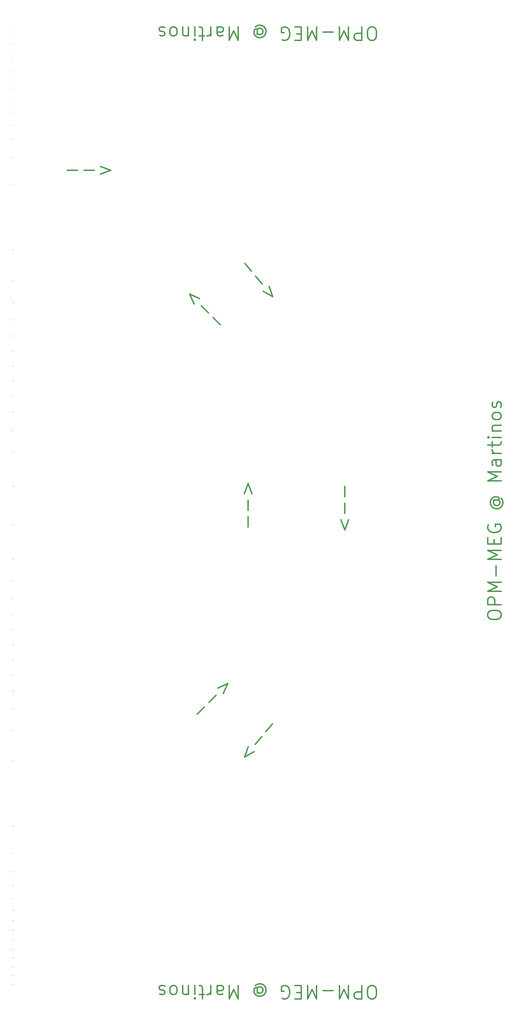
<source format=gbr>
%TF.GenerationSoftware,KiCad,Pcbnew,7.0.1-3b83917a11~172~ubuntu22.04.1*%
%TF.CreationDate,2023-12-10T14:17:05-05:00*%
%TF.ProjectId,coil_template_first,636f696c-5f74-4656-9d70-6c6174655f66,rev?*%
%TF.SameCoordinates,Original*%
%TF.FileFunction,Legend,Top*%
%TF.FilePolarity,Positive*%
%FSLAX46Y46*%
G04 Gerber Fmt 4.6, Leading zero omitted, Abs format (unit mm)*
G04 Created by KiCad (PCBNEW 7.0.1-3b83917a11~172~ubuntu22.04.1) date 2023-12-10 14:17:05*
%MOMM*%
%LPD*%
G01*
G04 APERTURE LIST*
%ADD10C,2.000000*%
%ADD11C,0.150000*%
G04 APERTURE END LIST*
D10*
X541428571Y-52447619D02*
X537619047Y-52447619D01*
X537619047Y-52447619D02*
X535714285Y-51495238D01*
X535714285Y-51495238D02*
X533809523Y-49590476D01*
X533809523Y-49590476D02*
X532857142Y-45780952D01*
X532857142Y-45780952D02*
X532857142Y-39114285D01*
X532857142Y-39114285D02*
X533809523Y-35304761D01*
X533809523Y-35304761D02*
X535714285Y-33400000D01*
X535714285Y-33400000D02*
X537619047Y-32447619D01*
X537619047Y-32447619D02*
X541428571Y-32447619D01*
X541428571Y-32447619D02*
X543333333Y-33400000D01*
X543333333Y-33400000D02*
X545238095Y-35304761D01*
X545238095Y-35304761D02*
X546190476Y-39114285D01*
X546190476Y-39114285D02*
X546190476Y-45780952D01*
X546190476Y-45780952D02*
X545238095Y-49590476D01*
X545238095Y-49590476D02*
X543333333Y-51495238D01*
X543333333Y-51495238D02*
X541428571Y-52447619D01*
X524285714Y-32447619D02*
X524285714Y-52447619D01*
X524285714Y-52447619D02*
X516666666Y-52447619D01*
X516666666Y-52447619D02*
X514761904Y-51495238D01*
X514761904Y-51495238D02*
X513809523Y-50542857D01*
X513809523Y-50542857D02*
X512857142Y-48638095D01*
X512857142Y-48638095D02*
X512857142Y-45780952D01*
X512857142Y-45780952D02*
X513809523Y-43876190D01*
X513809523Y-43876190D02*
X514761904Y-42923809D01*
X514761904Y-42923809D02*
X516666666Y-41971428D01*
X516666666Y-41971428D02*
X524285714Y-41971428D01*
X504285714Y-32447619D02*
X504285714Y-52447619D01*
X504285714Y-52447619D02*
X497619047Y-38161904D01*
X497619047Y-38161904D02*
X490952380Y-52447619D01*
X490952380Y-52447619D02*
X490952380Y-32447619D01*
X481428571Y-40066666D02*
X466190476Y-40066666D01*
X456666666Y-32447619D02*
X456666666Y-52447619D01*
X456666666Y-52447619D02*
X449999999Y-38161904D01*
X449999999Y-38161904D02*
X443333332Y-52447619D01*
X443333332Y-52447619D02*
X443333332Y-32447619D01*
X433809523Y-42923809D02*
X427142856Y-42923809D01*
X424285713Y-32447619D02*
X433809523Y-32447619D01*
X433809523Y-32447619D02*
X433809523Y-52447619D01*
X433809523Y-52447619D02*
X424285713Y-52447619D01*
X405238094Y-51495238D02*
X407142856Y-52447619D01*
X407142856Y-52447619D02*
X409999999Y-52447619D01*
X409999999Y-52447619D02*
X412857142Y-51495238D01*
X412857142Y-51495238D02*
X414761904Y-49590476D01*
X414761904Y-49590476D02*
X415714285Y-47685714D01*
X415714285Y-47685714D02*
X416666666Y-43876190D01*
X416666666Y-43876190D02*
X416666666Y-41019047D01*
X416666666Y-41019047D02*
X415714285Y-37209523D01*
X415714285Y-37209523D02*
X414761904Y-35304761D01*
X414761904Y-35304761D02*
X412857142Y-33400000D01*
X412857142Y-33400000D02*
X409999999Y-32447619D01*
X409999999Y-32447619D02*
X408095237Y-32447619D01*
X408095237Y-32447619D02*
X405238094Y-33400000D01*
X405238094Y-33400000D02*
X404285713Y-34352380D01*
X404285713Y-34352380D02*
X404285713Y-41019047D01*
X404285713Y-41019047D02*
X408095237Y-41019047D01*
X368095237Y-41971428D02*
X369047618Y-42923809D01*
X369047618Y-42923809D02*
X370952380Y-43876190D01*
X370952380Y-43876190D02*
X372857142Y-43876190D01*
X372857142Y-43876190D02*
X374761904Y-42923809D01*
X374761904Y-42923809D02*
X375714285Y-41971428D01*
X375714285Y-41971428D02*
X376666666Y-40066666D01*
X376666666Y-40066666D02*
X376666666Y-38161904D01*
X376666666Y-38161904D02*
X375714285Y-36257142D01*
X375714285Y-36257142D02*
X374761904Y-35304761D01*
X374761904Y-35304761D02*
X372857142Y-34352380D01*
X372857142Y-34352380D02*
X370952380Y-34352380D01*
X370952380Y-34352380D02*
X369047618Y-35304761D01*
X369047618Y-35304761D02*
X368095237Y-36257142D01*
X368095237Y-43876190D02*
X368095237Y-36257142D01*
X368095237Y-36257142D02*
X367142856Y-35304761D01*
X367142856Y-35304761D02*
X366190475Y-35304761D01*
X366190475Y-35304761D02*
X364285714Y-36257142D01*
X364285714Y-36257142D02*
X363333333Y-38161904D01*
X363333333Y-38161904D02*
X363333333Y-42923809D01*
X363333333Y-42923809D02*
X365238095Y-45780952D01*
X365238095Y-45780952D02*
X368095237Y-47685714D01*
X368095237Y-47685714D02*
X371904761Y-48638095D01*
X371904761Y-48638095D02*
X375714285Y-47685714D01*
X375714285Y-47685714D02*
X378571428Y-45780952D01*
X378571428Y-45780952D02*
X380476190Y-42923809D01*
X380476190Y-42923809D02*
X381428571Y-39114285D01*
X381428571Y-39114285D02*
X380476190Y-35304761D01*
X380476190Y-35304761D02*
X378571428Y-32447619D01*
X378571428Y-32447619D02*
X375714285Y-30542857D01*
X375714285Y-30542857D02*
X371904761Y-29590476D01*
X371904761Y-29590476D02*
X368095237Y-30542857D01*
X368095237Y-30542857D02*
X365238095Y-32447619D01*
X339523809Y-32447619D02*
X339523809Y-52447619D01*
X339523809Y-52447619D02*
X332857142Y-38161904D01*
X332857142Y-38161904D02*
X326190475Y-52447619D01*
X326190475Y-52447619D02*
X326190475Y-32447619D01*
X308095237Y-32447619D02*
X308095237Y-42923809D01*
X308095237Y-42923809D02*
X309047618Y-44828571D01*
X309047618Y-44828571D02*
X310952380Y-45780952D01*
X310952380Y-45780952D02*
X314761904Y-45780952D01*
X314761904Y-45780952D02*
X316666666Y-44828571D01*
X308095237Y-33400000D02*
X309999999Y-32447619D01*
X309999999Y-32447619D02*
X314761904Y-32447619D01*
X314761904Y-32447619D02*
X316666666Y-33400000D01*
X316666666Y-33400000D02*
X317619047Y-35304761D01*
X317619047Y-35304761D02*
X317619047Y-37209523D01*
X317619047Y-37209523D02*
X316666666Y-39114285D01*
X316666666Y-39114285D02*
X314761904Y-40066666D01*
X314761904Y-40066666D02*
X309999999Y-40066666D01*
X309999999Y-40066666D02*
X308095237Y-41019047D01*
X298571428Y-32447619D02*
X298571428Y-45780952D01*
X298571428Y-41971428D02*
X297619047Y-43876190D01*
X297619047Y-43876190D02*
X296666666Y-44828571D01*
X296666666Y-44828571D02*
X294761904Y-45780952D01*
X294761904Y-45780952D02*
X292857142Y-45780952D01*
X289047619Y-45780952D02*
X281428571Y-45780952D01*
X286190476Y-52447619D02*
X286190476Y-35304761D01*
X286190476Y-35304761D02*
X285238095Y-33400000D01*
X285238095Y-33400000D02*
X283333333Y-32447619D01*
X283333333Y-32447619D02*
X281428571Y-32447619D01*
X274761905Y-32447619D02*
X274761905Y-45780952D01*
X274761905Y-52447619D02*
X275714286Y-51495238D01*
X275714286Y-51495238D02*
X274761905Y-50542857D01*
X274761905Y-50542857D02*
X273809524Y-51495238D01*
X273809524Y-51495238D02*
X274761905Y-52447619D01*
X274761905Y-52447619D02*
X274761905Y-50542857D01*
X265238095Y-45780952D02*
X265238095Y-32447619D01*
X265238095Y-43876190D02*
X264285714Y-44828571D01*
X264285714Y-44828571D02*
X262380952Y-45780952D01*
X262380952Y-45780952D02*
X259523809Y-45780952D01*
X259523809Y-45780952D02*
X257619047Y-44828571D01*
X257619047Y-44828571D02*
X256666666Y-42923809D01*
X256666666Y-42923809D02*
X256666666Y-32447619D01*
X244285714Y-32447619D02*
X246190476Y-33400000D01*
X246190476Y-33400000D02*
X247142857Y-34352380D01*
X247142857Y-34352380D02*
X248095238Y-36257142D01*
X248095238Y-36257142D02*
X248095238Y-41971428D01*
X248095238Y-41971428D02*
X247142857Y-43876190D01*
X247142857Y-43876190D02*
X246190476Y-44828571D01*
X246190476Y-44828571D02*
X244285714Y-45780952D01*
X244285714Y-45780952D02*
X241428571Y-45780952D01*
X241428571Y-45780952D02*
X239523809Y-44828571D01*
X239523809Y-44828571D02*
X238571428Y-43876190D01*
X238571428Y-43876190D02*
X237619047Y-41971428D01*
X237619047Y-41971428D02*
X237619047Y-36257142D01*
X237619047Y-36257142D02*
X238571428Y-34352380D01*
X238571428Y-34352380D02*
X239523809Y-33400000D01*
X239523809Y-33400000D02*
X241428571Y-32447619D01*
X241428571Y-32447619D02*
X244285714Y-32447619D01*
X230000000Y-33400000D02*
X228095238Y-32447619D01*
X228095238Y-32447619D02*
X224285714Y-32447619D01*
X224285714Y-32447619D02*
X222380952Y-33400000D01*
X222380952Y-33400000D02*
X221428571Y-35304761D01*
X221428571Y-35304761D02*
X221428571Y-36257142D01*
X221428571Y-36257142D02*
X222380952Y-38161904D01*
X222380952Y-38161904D02*
X224285714Y-39114285D01*
X224285714Y-39114285D02*
X227142857Y-39114285D01*
X227142857Y-39114285D02*
X229047619Y-40066666D01*
X229047619Y-40066666D02*
X230000000Y-41971428D01*
X230000000Y-41971428D02*
X230000000Y-42923809D01*
X230000000Y-42923809D02*
X229047619Y-44828571D01*
X229047619Y-44828571D02*
X227142857Y-45780952D01*
X227142857Y-45780952D02*
X224285714Y-45780952D01*
X224285714Y-45780952D02*
X222380952Y-44828571D01*
X390761642Y-1072017967D02*
X380966783Y-1083691025D01*
X374844996Y-1090986687D02*
X365050138Y-1102659745D01*
X363305748Y-1113628478D02*
X349133492Y-1121628464D01*
X349133492Y-1121628464D02*
X354550954Y-1106282334D01*
X278269223Y-1057701386D02*
X289044184Y-1046926426D01*
X295778534Y-1040192075D02*
X306553495Y-1029417115D01*
X309247235Y-1018642154D02*
X324062806Y-1011907804D01*
X324062806Y-1011907804D02*
X317328455Y-1026723374D01*
X84314960Y-246298738D02*
X99553056Y-246298738D01*
X109076865Y-246298738D02*
X124314961Y-246298738D01*
X133838770Y-240584452D02*
X149076866Y-246298738D01*
X149076866Y-246298738D02*
X133838770Y-252013024D01*
X498871261Y-718062040D02*
X498871261Y-733300136D01*
X498871261Y-742823945D02*
X498871261Y-758062041D01*
X504585547Y-767585850D02*
X498871261Y-782823946D01*
X498871261Y-782823946D02*
X493156975Y-767585850D01*
X349571098Y-385164019D02*
X359365957Y-396837077D01*
X365487744Y-404132738D02*
X375282602Y-415805796D01*
X385781786Y-419428386D02*
X391199248Y-434774516D01*
X391199248Y-434774516D02*
X377026993Y-426774530D01*
X712552380Y-911428571D02*
X712552380Y-907619047D01*
X712552380Y-907619047D02*
X713504761Y-905714285D01*
X713504761Y-905714285D02*
X715409523Y-903809523D01*
X715409523Y-903809523D02*
X719219047Y-902857142D01*
X719219047Y-902857142D02*
X725885714Y-902857142D01*
X725885714Y-902857142D02*
X729695238Y-903809523D01*
X729695238Y-903809523D02*
X731600000Y-905714285D01*
X731600000Y-905714285D02*
X732552380Y-907619047D01*
X732552380Y-907619047D02*
X732552380Y-911428571D01*
X732552380Y-911428571D02*
X731600000Y-913333333D01*
X731600000Y-913333333D02*
X729695238Y-915238095D01*
X729695238Y-915238095D02*
X725885714Y-916190476D01*
X725885714Y-916190476D02*
X719219047Y-916190476D01*
X719219047Y-916190476D02*
X715409523Y-915238095D01*
X715409523Y-915238095D02*
X713504761Y-913333333D01*
X713504761Y-913333333D02*
X712552380Y-911428571D01*
X732552380Y-894285714D02*
X712552380Y-894285714D01*
X712552380Y-894285714D02*
X712552380Y-886666666D01*
X712552380Y-886666666D02*
X713504761Y-884761904D01*
X713504761Y-884761904D02*
X714457142Y-883809523D01*
X714457142Y-883809523D02*
X716361904Y-882857142D01*
X716361904Y-882857142D02*
X719219047Y-882857142D01*
X719219047Y-882857142D02*
X721123809Y-883809523D01*
X721123809Y-883809523D02*
X722076190Y-884761904D01*
X722076190Y-884761904D02*
X723028571Y-886666666D01*
X723028571Y-886666666D02*
X723028571Y-894285714D01*
X732552380Y-874285714D02*
X712552380Y-874285714D01*
X712552380Y-874285714D02*
X726838095Y-867619047D01*
X726838095Y-867619047D02*
X712552380Y-860952380D01*
X712552380Y-860952380D02*
X732552380Y-860952380D01*
X724933333Y-851428571D02*
X724933333Y-836190476D01*
X732552380Y-826666666D02*
X712552380Y-826666666D01*
X712552380Y-826666666D02*
X726838095Y-819999999D01*
X726838095Y-819999999D02*
X712552380Y-813333332D01*
X712552380Y-813333332D02*
X732552380Y-813333332D01*
X722076190Y-803809523D02*
X722076190Y-797142856D01*
X732552380Y-794285713D02*
X732552380Y-803809523D01*
X732552380Y-803809523D02*
X712552380Y-803809523D01*
X712552380Y-803809523D02*
X712552380Y-794285713D01*
X713504761Y-775238094D02*
X712552380Y-777142856D01*
X712552380Y-777142856D02*
X712552380Y-779999999D01*
X712552380Y-779999999D02*
X713504761Y-782857142D01*
X713504761Y-782857142D02*
X715409523Y-784761904D01*
X715409523Y-784761904D02*
X717314285Y-785714285D01*
X717314285Y-785714285D02*
X721123809Y-786666666D01*
X721123809Y-786666666D02*
X723980952Y-786666666D01*
X723980952Y-786666666D02*
X727790476Y-785714285D01*
X727790476Y-785714285D02*
X729695238Y-784761904D01*
X729695238Y-784761904D02*
X731600000Y-782857142D01*
X731600000Y-782857142D02*
X732552380Y-779999999D01*
X732552380Y-779999999D02*
X732552380Y-778095237D01*
X732552380Y-778095237D02*
X731600000Y-775238094D01*
X731600000Y-775238094D02*
X730647619Y-774285713D01*
X730647619Y-774285713D02*
X723980952Y-774285713D01*
X723980952Y-774285713D02*
X723980952Y-778095237D01*
X723028571Y-738095237D02*
X722076190Y-739047618D01*
X722076190Y-739047618D02*
X721123809Y-740952380D01*
X721123809Y-740952380D02*
X721123809Y-742857142D01*
X721123809Y-742857142D02*
X722076190Y-744761904D01*
X722076190Y-744761904D02*
X723028571Y-745714285D01*
X723028571Y-745714285D02*
X724933333Y-746666666D01*
X724933333Y-746666666D02*
X726838095Y-746666666D01*
X726838095Y-746666666D02*
X728742857Y-745714285D01*
X728742857Y-745714285D02*
X729695238Y-744761904D01*
X729695238Y-744761904D02*
X730647619Y-742857142D01*
X730647619Y-742857142D02*
X730647619Y-740952380D01*
X730647619Y-740952380D02*
X729695238Y-739047618D01*
X729695238Y-739047618D02*
X728742857Y-738095237D01*
X721123809Y-738095237D02*
X728742857Y-738095237D01*
X728742857Y-738095237D02*
X729695238Y-737142856D01*
X729695238Y-737142856D02*
X729695238Y-736190475D01*
X729695238Y-736190475D02*
X728742857Y-734285714D01*
X728742857Y-734285714D02*
X726838095Y-733333333D01*
X726838095Y-733333333D02*
X722076190Y-733333333D01*
X722076190Y-733333333D02*
X719219047Y-735238095D01*
X719219047Y-735238095D02*
X717314285Y-738095237D01*
X717314285Y-738095237D02*
X716361904Y-741904761D01*
X716361904Y-741904761D02*
X717314285Y-745714285D01*
X717314285Y-745714285D02*
X719219047Y-748571428D01*
X719219047Y-748571428D02*
X722076190Y-750476190D01*
X722076190Y-750476190D02*
X725885714Y-751428571D01*
X725885714Y-751428571D02*
X729695238Y-750476190D01*
X729695238Y-750476190D02*
X732552380Y-748571428D01*
X732552380Y-748571428D02*
X734457142Y-745714285D01*
X734457142Y-745714285D02*
X735409523Y-741904761D01*
X735409523Y-741904761D02*
X734457142Y-738095237D01*
X734457142Y-738095237D02*
X732552380Y-735238095D01*
X732552380Y-709523809D02*
X712552380Y-709523809D01*
X712552380Y-709523809D02*
X726838095Y-702857142D01*
X726838095Y-702857142D02*
X712552380Y-696190475D01*
X712552380Y-696190475D02*
X732552380Y-696190475D01*
X732552380Y-678095237D02*
X722076190Y-678095237D01*
X722076190Y-678095237D02*
X720171428Y-679047618D01*
X720171428Y-679047618D02*
X719219047Y-680952380D01*
X719219047Y-680952380D02*
X719219047Y-684761904D01*
X719219047Y-684761904D02*
X720171428Y-686666666D01*
X731600000Y-678095237D02*
X732552380Y-679999999D01*
X732552380Y-679999999D02*
X732552380Y-684761904D01*
X732552380Y-684761904D02*
X731600000Y-686666666D01*
X731600000Y-686666666D02*
X729695238Y-687619047D01*
X729695238Y-687619047D02*
X727790476Y-687619047D01*
X727790476Y-687619047D02*
X725885714Y-686666666D01*
X725885714Y-686666666D02*
X724933333Y-684761904D01*
X724933333Y-684761904D02*
X724933333Y-679999999D01*
X724933333Y-679999999D02*
X723980952Y-678095237D01*
X732552380Y-668571428D02*
X719219047Y-668571428D01*
X723028571Y-668571428D02*
X721123809Y-667619047D01*
X721123809Y-667619047D02*
X720171428Y-666666666D01*
X720171428Y-666666666D02*
X719219047Y-664761904D01*
X719219047Y-664761904D02*
X719219047Y-662857142D01*
X719219047Y-659047619D02*
X719219047Y-651428571D01*
X712552380Y-656190476D02*
X729695238Y-656190476D01*
X729695238Y-656190476D02*
X731600000Y-655238095D01*
X731600000Y-655238095D02*
X732552380Y-653333333D01*
X732552380Y-653333333D02*
X732552380Y-651428571D01*
X732552380Y-644761905D02*
X719219047Y-644761905D01*
X712552380Y-644761905D02*
X713504761Y-645714286D01*
X713504761Y-645714286D02*
X714457142Y-644761905D01*
X714457142Y-644761905D02*
X713504761Y-643809524D01*
X713504761Y-643809524D02*
X712552380Y-644761905D01*
X712552380Y-644761905D02*
X714457142Y-644761905D01*
X719219047Y-635238095D02*
X732552380Y-635238095D01*
X721123809Y-635238095D02*
X720171428Y-634285714D01*
X720171428Y-634285714D02*
X719219047Y-632380952D01*
X719219047Y-632380952D02*
X719219047Y-629523809D01*
X719219047Y-629523809D02*
X720171428Y-627619047D01*
X720171428Y-627619047D02*
X722076190Y-626666666D01*
X722076190Y-626666666D02*
X732552380Y-626666666D01*
X732552380Y-614285714D02*
X731600000Y-616190476D01*
X731600000Y-616190476D02*
X730647619Y-617142857D01*
X730647619Y-617142857D02*
X728742857Y-618095238D01*
X728742857Y-618095238D02*
X723028571Y-618095238D01*
X723028571Y-618095238D02*
X721123809Y-617142857D01*
X721123809Y-617142857D02*
X720171428Y-616190476D01*
X720171428Y-616190476D02*
X719219047Y-614285714D01*
X719219047Y-614285714D02*
X719219047Y-611428571D01*
X719219047Y-611428571D02*
X720171428Y-609523809D01*
X720171428Y-609523809D02*
X721123809Y-608571428D01*
X721123809Y-608571428D02*
X723028571Y-607619047D01*
X723028571Y-607619047D02*
X728742857Y-607619047D01*
X728742857Y-607619047D02*
X730647619Y-608571428D01*
X730647619Y-608571428D02*
X731600000Y-609523809D01*
X731600000Y-609523809D02*
X732552380Y-611428571D01*
X732552380Y-611428571D02*
X732552380Y-614285714D01*
X731600000Y-600000000D02*
X732552380Y-598095238D01*
X732552380Y-598095238D02*
X732552380Y-594285714D01*
X732552380Y-594285714D02*
X731600000Y-592380952D01*
X731600000Y-592380952D02*
X729695238Y-591428571D01*
X729695238Y-591428571D02*
X728742857Y-591428571D01*
X728742857Y-591428571D02*
X726838095Y-592380952D01*
X726838095Y-592380952D02*
X725885714Y-594285714D01*
X725885714Y-594285714D02*
X725885714Y-597142857D01*
X725885714Y-597142857D02*
X724933333Y-599047619D01*
X724933333Y-599047619D02*
X723028571Y-600000000D01*
X723028571Y-600000000D02*
X722076190Y-600000000D01*
X722076190Y-600000000D02*
X720171428Y-599047619D01*
X720171428Y-599047619D02*
X719219047Y-597142857D01*
X719219047Y-597142857D02*
X719219047Y-594285714D01*
X719219047Y-594285714D02*
X720171428Y-592380952D01*
X354387887Y-778397804D02*
X354387887Y-763159709D01*
X354387887Y-753635899D02*
X354387887Y-738397804D01*
X348673601Y-728873994D02*
X354387887Y-713635899D01*
X354387887Y-713635899D02*
X360102173Y-728873994D01*
X312804434Y-476733647D02*
X302029474Y-465958686D01*
X295295123Y-459224336D02*
X284520163Y-448449375D01*
X273745202Y-445755635D02*
X267010852Y-430940064D01*
X267010852Y-430940064D02*
X281826422Y-437674415D01*
X541428571Y-1482447619D02*
X537619047Y-1482447619D01*
X537619047Y-1482447619D02*
X535714285Y-1481495238D01*
X535714285Y-1481495238D02*
X533809523Y-1479590476D01*
X533809523Y-1479590476D02*
X532857142Y-1475780952D01*
X532857142Y-1475780952D02*
X532857142Y-1469114285D01*
X532857142Y-1469114285D02*
X533809523Y-1465304761D01*
X533809523Y-1465304761D02*
X535714285Y-1463400000D01*
X535714285Y-1463400000D02*
X537619047Y-1462447619D01*
X537619047Y-1462447619D02*
X541428571Y-1462447619D01*
X541428571Y-1462447619D02*
X543333333Y-1463400000D01*
X543333333Y-1463400000D02*
X545238095Y-1465304761D01*
X545238095Y-1465304761D02*
X546190476Y-1469114285D01*
X546190476Y-1469114285D02*
X546190476Y-1475780952D01*
X546190476Y-1475780952D02*
X545238095Y-1479590476D01*
X545238095Y-1479590476D02*
X543333333Y-1481495238D01*
X543333333Y-1481495238D02*
X541428571Y-1482447619D01*
X524285714Y-1462447619D02*
X524285714Y-1482447619D01*
X524285714Y-1482447619D02*
X516666666Y-1482447619D01*
X516666666Y-1482447619D02*
X514761904Y-1481495238D01*
X514761904Y-1481495238D02*
X513809523Y-1480542857D01*
X513809523Y-1480542857D02*
X512857142Y-1478638095D01*
X512857142Y-1478638095D02*
X512857142Y-1475780952D01*
X512857142Y-1475780952D02*
X513809523Y-1473876190D01*
X513809523Y-1473876190D02*
X514761904Y-1472923809D01*
X514761904Y-1472923809D02*
X516666666Y-1471971428D01*
X516666666Y-1471971428D02*
X524285714Y-1471971428D01*
X504285714Y-1462447619D02*
X504285714Y-1482447619D01*
X504285714Y-1482447619D02*
X497619047Y-1468161904D01*
X497619047Y-1468161904D02*
X490952380Y-1482447619D01*
X490952380Y-1482447619D02*
X490952380Y-1462447619D01*
X481428571Y-1470066666D02*
X466190476Y-1470066666D01*
X456666666Y-1462447619D02*
X456666666Y-1482447619D01*
X456666666Y-1482447619D02*
X449999999Y-1468161904D01*
X449999999Y-1468161904D02*
X443333332Y-1482447619D01*
X443333332Y-1482447619D02*
X443333332Y-1462447619D01*
X433809523Y-1472923809D02*
X427142856Y-1472923809D01*
X424285713Y-1462447619D02*
X433809523Y-1462447619D01*
X433809523Y-1462447619D02*
X433809523Y-1482447619D01*
X433809523Y-1482447619D02*
X424285713Y-1482447619D01*
X405238094Y-1481495238D02*
X407142856Y-1482447619D01*
X407142856Y-1482447619D02*
X409999999Y-1482447619D01*
X409999999Y-1482447619D02*
X412857142Y-1481495238D01*
X412857142Y-1481495238D02*
X414761904Y-1479590476D01*
X414761904Y-1479590476D02*
X415714285Y-1477685714D01*
X415714285Y-1477685714D02*
X416666666Y-1473876190D01*
X416666666Y-1473876190D02*
X416666666Y-1471019047D01*
X416666666Y-1471019047D02*
X415714285Y-1467209523D01*
X415714285Y-1467209523D02*
X414761904Y-1465304761D01*
X414761904Y-1465304761D02*
X412857142Y-1463400000D01*
X412857142Y-1463400000D02*
X409999999Y-1462447619D01*
X409999999Y-1462447619D02*
X408095237Y-1462447619D01*
X408095237Y-1462447619D02*
X405238094Y-1463400000D01*
X405238094Y-1463400000D02*
X404285713Y-1464352380D01*
X404285713Y-1464352380D02*
X404285713Y-1471019047D01*
X404285713Y-1471019047D02*
X408095237Y-1471019047D01*
X368095237Y-1471971428D02*
X369047618Y-1472923809D01*
X369047618Y-1472923809D02*
X370952380Y-1473876190D01*
X370952380Y-1473876190D02*
X372857142Y-1473876190D01*
X372857142Y-1473876190D02*
X374761904Y-1472923809D01*
X374761904Y-1472923809D02*
X375714285Y-1471971428D01*
X375714285Y-1471971428D02*
X376666666Y-1470066666D01*
X376666666Y-1470066666D02*
X376666666Y-1468161904D01*
X376666666Y-1468161904D02*
X375714285Y-1466257142D01*
X375714285Y-1466257142D02*
X374761904Y-1465304761D01*
X374761904Y-1465304761D02*
X372857142Y-1464352380D01*
X372857142Y-1464352380D02*
X370952380Y-1464352380D01*
X370952380Y-1464352380D02*
X369047618Y-1465304761D01*
X369047618Y-1465304761D02*
X368095237Y-1466257142D01*
X368095237Y-1473876190D02*
X368095237Y-1466257142D01*
X368095237Y-1466257142D02*
X367142856Y-1465304761D01*
X367142856Y-1465304761D02*
X366190475Y-1465304761D01*
X366190475Y-1465304761D02*
X364285714Y-1466257142D01*
X364285714Y-1466257142D02*
X363333333Y-1468161904D01*
X363333333Y-1468161904D02*
X363333333Y-1472923809D01*
X363333333Y-1472923809D02*
X365238095Y-1475780952D01*
X365238095Y-1475780952D02*
X368095237Y-1477685714D01*
X368095237Y-1477685714D02*
X371904761Y-1478638095D01*
X371904761Y-1478638095D02*
X375714285Y-1477685714D01*
X375714285Y-1477685714D02*
X378571428Y-1475780952D01*
X378571428Y-1475780952D02*
X380476190Y-1472923809D01*
X380476190Y-1472923809D02*
X381428571Y-1469114285D01*
X381428571Y-1469114285D02*
X380476190Y-1465304761D01*
X380476190Y-1465304761D02*
X378571428Y-1462447619D01*
X378571428Y-1462447619D02*
X375714285Y-1460542857D01*
X375714285Y-1460542857D02*
X371904761Y-1459590476D01*
X371904761Y-1459590476D02*
X368095237Y-1460542857D01*
X368095237Y-1460542857D02*
X365238095Y-1462447619D01*
X339523809Y-1462447619D02*
X339523809Y-1482447619D01*
X339523809Y-1482447619D02*
X332857142Y-1468161904D01*
X332857142Y-1468161904D02*
X326190475Y-1482447619D01*
X326190475Y-1482447619D02*
X326190475Y-1462447619D01*
X308095237Y-1462447619D02*
X308095237Y-1472923809D01*
X308095237Y-1472923809D02*
X309047618Y-1474828571D01*
X309047618Y-1474828571D02*
X310952380Y-1475780952D01*
X310952380Y-1475780952D02*
X314761904Y-1475780952D01*
X314761904Y-1475780952D02*
X316666666Y-1474828571D01*
X308095237Y-1463400000D02*
X309999999Y-1462447619D01*
X309999999Y-1462447619D02*
X314761904Y-1462447619D01*
X314761904Y-1462447619D02*
X316666666Y-1463400000D01*
X316666666Y-1463400000D02*
X317619047Y-1465304761D01*
X317619047Y-1465304761D02*
X317619047Y-1467209523D01*
X317619047Y-1467209523D02*
X316666666Y-1469114285D01*
X316666666Y-1469114285D02*
X314761904Y-1470066666D01*
X314761904Y-1470066666D02*
X309999999Y-1470066666D01*
X309999999Y-1470066666D02*
X308095237Y-1471019047D01*
X298571428Y-1462447619D02*
X298571428Y-1475780952D01*
X298571428Y-1471971428D02*
X297619047Y-1473876190D01*
X297619047Y-1473876190D02*
X296666666Y-1474828571D01*
X296666666Y-1474828571D02*
X294761904Y-1475780952D01*
X294761904Y-1475780952D02*
X292857142Y-1475780952D01*
X289047619Y-1475780952D02*
X281428571Y-1475780952D01*
X286190476Y-1482447619D02*
X286190476Y-1465304761D01*
X286190476Y-1465304761D02*
X285238095Y-1463400000D01*
X285238095Y-1463400000D02*
X283333333Y-1462447619D01*
X283333333Y-1462447619D02*
X281428571Y-1462447619D01*
X274761905Y-1462447619D02*
X274761905Y-1475780952D01*
X274761905Y-1482447619D02*
X275714286Y-1481495238D01*
X275714286Y-1481495238D02*
X274761905Y-1480542857D01*
X274761905Y-1480542857D02*
X273809524Y-1481495238D01*
X273809524Y-1481495238D02*
X274761905Y-1482447619D01*
X274761905Y-1482447619D02*
X274761905Y-1480542857D01*
X265238095Y-1475780952D02*
X265238095Y-1462447619D01*
X265238095Y-1473876190D02*
X264285714Y-1474828571D01*
X264285714Y-1474828571D02*
X262380952Y-1475780952D01*
X262380952Y-1475780952D02*
X259523809Y-1475780952D01*
X259523809Y-1475780952D02*
X257619047Y-1474828571D01*
X257619047Y-1474828571D02*
X256666666Y-1472923809D01*
X256666666Y-1472923809D02*
X256666666Y-1462447619D01*
X244285714Y-1462447619D02*
X246190476Y-1463400000D01*
X246190476Y-1463400000D02*
X247142857Y-1464352380D01*
X247142857Y-1464352380D02*
X248095238Y-1466257142D01*
X248095238Y-1466257142D02*
X248095238Y-1471971428D01*
X248095238Y-1471971428D02*
X247142857Y-1473876190D01*
X247142857Y-1473876190D02*
X246190476Y-1474828571D01*
X246190476Y-1474828571D02*
X244285714Y-1475780952D01*
X244285714Y-1475780952D02*
X241428571Y-1475780952D01*
X241428571Y-1475780952D02*
X239523809Y-1474828571D01*
X239523809Y-1474828571D02*
X238571428Y-1473876190D01*
X238571428Y-1473876190D02*
X237619047Y-1471971428D01*
X237619047Y-1471971428D02*
X237619047Y-1466257142D01*
X237619047Y-1466257142D02*
X238571428Y-1464352380D01*
X238571428Y-1464352380D02*
X239523809Y-1463400000D01*
X239523809Y-1463400000D02*
X241428571Y-1462447619D01*
X241428571Y-1462447619D02*
X244285714Y-1462447619D01*
X230000000Y-1463400000D02*
X228095238Y-1462447619D01*
X228095238Y-1462447619D02*
X224285714Y-1462447619D01*
X224285714Y-1462447619D02*
X222380952Y-1463400000D01*
X222380952Y-1463400000D02*
X221428571Y-1465304761D01*
X221428571Y-1465304761D02*
X221428571Y-1466257142D01*
X221428571Y-1466257142D02*
X222380952Y-1468161904D01*
X222380952Y-1468161904D02*
X224285714Y-1469114285D01*
X224285714Y-1469114285D02*
X227142857Y-1469114285D01*
X227142857Y-1469114285D02*
X229047619Y-1470066666D01*
X229047619Y-1470066666D02*
X230000000Y-1471971428D01*
X230000000Y-1471971428D02*
X230000000Y-1472923809D01*
X230000000Y-1472923809D02*
X229047619Y-1474828571D01*
X229047619Y-1474828571D02*
X227142857Y-1475780952D01*
X227142857Y-1475780952D02*
X224285714Y-1475780952D01*
X224285714Y-1475780952D02*
X222380952Y-1474828571D01*
D11*
%TO.C,J56*%
X2440476Y-1460025891D02*
X2440476Y-1460740176D01*
X2440476Y-1460740176D02*
X2392857Y-1460883033D01*
X2392857Y-1460883033D02*
X2297619Y-1460978272D01*
X2297619Y-1460978272D02*
X2154762Y-1461025891D01*
X2154762Y-1461025891D02*
X2059524Y-1461025891D01*
X3392857Y-1460025891D02*
X2916667Y-1460025891D01*
X2916667Y-1460025891D02*
X2869048Y-1460502081D01*
X2869048Y-1460502081D02*
X2916667Y-1460454462D01*
X2916667Y-1460454462D02*
X3011905Y-1460406843D01*
X3011905Y-1460406843D02*
X3250000Y-1460406843D01*
X3250000Y-1460406843D02*
X3345238Y-1460454462D01*
X3345238Y-1460454462D02*
X3392857Y-1460502081D01*
X3392857Y-1460502081D02*
X3440476Y-1460597319D01*
X3440476Y-1460597319D02*
X3440476Y-1460835414D01*
X3440476Y-1460835414D02*
X3392857Y-1460930652D01*
X3392857Y-1460930652D02*
X3345238Y-1460978272D01*
X3345238Y-1460978272D02*
X3250000Y-1461025891D01*
X3250000Y-1461025891D02*
X3011905Y-1461025891D01*
X3011905Y-1461025891D02*
X2916667Y-1460978272D01*
X2916667Y-1460978272D02*
X2869048Y-1460930652D01*
X4297619Y-1460025891D02*
X4107143Y-1460025891D01*
X4107143Y-1460025891D02*
X4011905Y-1460073510D01*
X4011905Y-1460073510D02*
X3964286Y-1460121129D01*
X3964286Y-1460121129D02*
X3869048Y-1460263986D01*
X3869048Y-1460263986D02*
X3821429Y-1460454462D01*
X3821429Y-1460454462D02*
X3821429Y-1460835414D01*
X3821429Y-1460835414D02*
X3869048Y-1460930652D01*
X3869048Y-1460930652D02*
X3916667Y-1460978272D01*
X3916667Y-1460978272D02*
X4011905Y-1461025891D01*
X4011905Y-1461025891D02*
X4202381Y-1461025891D01*
X4202381Y-1461025891D02*
X4297619Y-1460978272D01*
X4297619Y-1460978272D02*
X4345238Y-1460930652D01*
X4345238Y-1460930652D02*
X4392857Y-1460835414D01*
X4392857Y-1460835414D02*
X4392857Y-1460597319D01*
X4392857Y-1460597319D02*
X4345238Y-1460502081D01*
X4345238Y-1460502081D02*
X4297619Y-1460454462D01*
X4297619Y-1460454462D02*
X4202381Y-1460406843D01*
X4202381Y-1460406843D02*
X4011905Y-1460406843D01*
X4011905Y-1460406843D02*
X3916667Y-1460454462D01*
X3916667Y-1460454462D02*
X3869048Y-1460502081D01*
X3869048Y-1460502081D02*
X3821429Y-1460597319D01*
%TO.C,J7*%
X2916666Y-111301752D02*
X2916666Y-112016037D01*
X2916666Y-112016037D02*
X2869047Y-112158894D01*
X2869047Y-112158894D02*
X2773809Y-112254133D01*
X2773809Y-112254133D02*
X2630952Y-112301752D01*
X2630952Y-112301752D02*
X2535714Y-112301752D01*
X3297619Y-111301752D02*
X3964285Y-111301752D01*
X3964285Y-111301752D02*
X3535714Y-112301752D01*
%TO.C,J20*%
X2440476Y-492991717D02*
X2440476Y-493706002D01*
X2440476Y-493706002D02*
X2392857Y-493848859D01*
X2392857Y-493848859D02*
X2297619Y-493944098D01*
X2297619Y-493944098D02*
X2154762Y-493991717D01*
X2154762Y-493991717D02*
X2059524Y-493991717D01*
X2869048Y-493086955D02*
X2916667Y-493039336D01*
X2916667Y-493039336D02*
X3011905Y-492991717D01*
X3011905Y-492991717D02*
X3250000Y-492991717D01*
X3250000Y-492991717D02*
X3345238Y-493039336D01*
X3345238Y-493039336D02*
X3392857Y-493086955D01*
X3392857Y-493086955D02*
X3440476Y-493182193D01*
X3440476Y-493182193D02*
X3440476Y-493277431D01*
X3440476Y-493277431D02*
X3392857Y-493420288D01*
X3392857Y-493420288D02*
X2821429Y-493991717D01*
X2821429Y-493991717D02*
X3440476Y-493991717D01*
X4059524Y-492991717D02*
X4154762Y-492991717D01*
X4154762Y-492991717D02*
X4250000Y-493039336D01*
X4250000Y-493039336D02*
X4297619Y-493086955D01*
X4297619Y-493086955D02*
X4345238Y-493182193D01*
X4345238Y-493182193D02*
X4392857Y-493372669D01*
X4392857Y-493372669D02*
X4392857Y-493610764D01*
X4392857Y-493610764D02*
X4345238Y-493801240D01*
X4345238Y-493801240D02*
X4297619Y-493896478D01*
X4297619Y-493896478D02*
X4250000Y-493944098D01*
X4250000Y-493944098D02*
X4154762Y-493991717D01*
X4154762Y-493991717D02*
X4059524Y-493991717D01*
X4059524Y-493991717D02*
X3964286Y-493944098D01*
X3964286Y-493944098D02*
X3916667Y-493896478D01*
X3916667Y-493896478D02*
X3869048Y-493801240D01*
X3869048Y-493801240D02*
X3821429Y-493610764D01*
X3821429Y-493610764D02*
X3821429Y-493372669D01*
X3821429Y-493372669D02*
X3869048Y-493182193D01*
X3869048Y-493182193D02*
X3916667Y-493086955D01*
X3916667Y-493086955D02*
X3964286Y-493039336D01*
X3964286Y-493039336D02*
X4059524Y-492991717D01*
%TO.C,J54*%
X2440476Y-1434410714D02*
X2440476Y-1435124999D01*
X2440476Y-1435124999D02*
X2392857Y-1435267856D01*
X2392857Y-1435267856D02*
X2297619Y-1435363095D01*
X2297619Y-1435363095D02*
X2154762Y-1435410714D01*
X2154762Y-1435410714D02*
X2059524Y-1435410714D01*
X3392857Y-1434410714D02*
X2916667Y-1434410714D01*
X2916667Y-1434410714D02*
X2869048Y-1434886904D01*
X2869048Y-1434886904D02*
X2916667Y-1434839285D01*
X2916667Y-1434839285D02*
X3011905Y-1434791666D01*
X3011905Y-1434791666D02*
X3250000Y-1434791666D01*
X3250000Y-1434791666D02*
X3345238Y-1434839285D01*
X3345238Y-1434839285D02*
X3392857Y-1434886904D01*
X3392857Y-1434886904D02*
X3440476Y-1434982142D01*
X3440476Y-1434982142D02*
X3440476Y-1435220237D01*
X3440476Y-1435220237D02*
X3392857Y-1435315475D01*
X3392857Y-1435315475D02*
X3345238Y-1435363095D01*
X3345238Y-1435363095D02*
X3250000Y-1435410714D01*
X3250000Y-1435410714D02*
X3011905Y-1435410714D01*
X3011905Y-1435410714D02*
X2916667Y-1435363095D01*
X2916667Y-1435363095D02*
X2869048Y-1435315475D01*
X4297619Y-1434744047D02*
X4297619Y-1435410714D01*
X4059524Y-1434363095D02*
X3821429Y-1435077380D01*
X3821429Y-1435077380D02*
X4440476Y-1435077380D01*
%TO.C,J34*%
X2440476Y-931319326D02*
X2440476Y-932033611D01*
X2440476Y-932033611D02*
X2392857Y-932176468D01*
X2392857Y-932176468D02*
X2297619Y-932271707D01*
X2297619Y-932271707D02*
X2154762Y-932319326D01*
X2154762Y-932319326D02*
X2059524Y-932319326D01*
X2821429Y-931319326D02*
X3440476Y-931319326D01*
X3440476Y-931319326D02*
X3107143Y-931700278D01*
X3107143Y-931700278D02*
X3250000Y-931700278D01*
X3250000Y-931700278D02*
X3345238Y-931747897D01*
X3345238Y-931747897D02*
X3392857Y-931795516D01*
X3392857Y-931795516D02*
X3440476Y-931890754D01*
X3440476Y-931890754D02*
X3440476Y-932128849D01*
X3440476Y-932128849D02*
X3392857Y-932224087D01*
X3392857Y-932224087D02*
X3345238Y-932271707D01*
X3345238Y-932271707D02*
X3250000Y-932319326D01*
X3250000Y-932319326D02*
X2964286Y-932319326D01*
X2964286Y-932319326D02*
X2869048Y-932271707D01*
X2869048Y-932271707D02*
X2821429Y-932224087D01*
X4297619Y-931652659D02*
X4297619Y-932319326D01*
X4059524Y-931271707D02*
X3821429Y-931985992D01*
X3821429Y-931985992D02*
X4440476Y-931985992D01*
%TO.C,J33*%
X2440476Y-908621743D02*
X2440476Y-909336028D01*
X2440476Y-909336028D02*
X2392857Y-909478885D01*
X2392857Y-909478885D02*
X2297619Y-909574124D01*
X2297619Y-909574124D02*
X2154762Y-909621743D01*
X2154762Y-909621743D02*
X2059524Y-909621743D01*
X2821429Y-908621743D02*
X3440476Y-908621743D01*
X3440476Y-908621743D02*
X3107143Y-909002695D01*
X3107143Y-909002695D02*
X3250000Y-909002695D01*
X3250000Y-909002695D02*
X3345238Y-909050314D01*
X3345238Y-909050314D02*
X3392857Y-909097933D01*
X3392857Y-909097933D02*
X3440476Y-909193171D01*
X3440476Y-909193171D02*
X3440476Y-909431266D01*
X3440476Y-909431266D02*
X3392857Y-909526504D01*
X3392857Y-909526504D02*
X3345238Y-909574124D01*
X3345238Y-909574124D02*
X3250000Y-909621743D01*
X3250000Y-909621743D02*
X2964286Y-909621743D01*
X2964286Y-909621743D02*
X2869048Y-909574124D01*
X2869048Y-909574124D02*
X2821429Y-909526504D01*
X3773810Y-908621743D02*
X4392857Y-908621743D01*
X4392857Y-908621743D02*
X4059524Y-909002695D01*
X4059524Y-909002695D02*
X4202381Y-909002695D01*
X4202381Y-909002695D02*
X4297619Y-909050314D01*
X4297619Y-909050314D02*
X4345238Y-909097933D01*
X4345238Y-909097933D02*
X4392857Y-909193171D01*
X4392857Y-909193171D02*
X4392857Y-909431266D01*
X4392857Y-909431266D02*
X4345238Y-909526504D01*
X4345238Y-909526504D02*
X4297619Y-909574124D01*
X4297619Y-909574124D02*
X4202381Y-909621743D01*
X4202381Y-909621743D02*
X3916667Y-909621743D01*
X3916667Y-909621743D02*
X3821429Y-909574124D01*
X3821429Y-909574124D02*
X3773810Y-909526504D01*
%TO.C,J45*%
X2440476Y-1292029159D02*
X2440476Y-1292743444D01*
X2440476Y-1292743444D02*
X2392857Y-1292886301D01*
X2392857Y-1292886301D02*
X2297619Y-1292981540D01*
X2297619Y-1292981540D02*
X2154762Y-1293029159D01*
X2154762Y-1293029159D02*
X2059524Y-1293029159D01*
X3345238Y-1292362492D02*
X3345238Y-1293029159D01*
X3107143Y-1291981540D02*
X2869048Y-1292695825D01*
X2869048Y-1292695825D02*
X3488095Y-1292695825D01*
X4345238Y-1292029159D02*
X3869048Y-1292029159D01*
X3869048Y-1292029159D02*
X3821429Y-1292505349D01*
X3821429Y-1292505349D02*
X3869048Y-1292457730D01*
X3869048Y-1292457730D02*
X3964286Y-1292410111D01*
X3964286Y-1292410111D02*
X4202381Y-1292410111D01*
X4202381Y-1292410111D02*
X4297619Y-1292457730D01*
X4297619Y-1292457730D02*
X4345238Y-1292505349D01*
X4345238Y-1292505349D02*
X4392857Y-1292600587D01*
X4392857Y-1292600587D02*
X4392857Y-1292838682D01*
X4392857Y-1292838682D02*
X4345238Y-1292933920D01*
X4345238Y-1292933920D02*
X4297619Y-1292981540D01*
X4297619Y-1292981540D02*
X4202381Y-1293029159D01*
X4202381Y-1293029159D02*
X3964286Y-1293029159D01*
X3964286Y-1293029159D02*
X3869048Y-1292981540D01*
X3869048Y-1292981540D02*
X3821429Y-1292933920D01*
%TO.C,J10*%
X2440476Y-158949357D02*
X2440476Y-159663642D01*
X2440476Y-159663642D02*
X2392857Y-159806499D01*
X2392857Y-159806499D02*
X2297619Y-159901738D01*
X2297619Y-159901738D02*
X2154762Y-159949357D01*
X2154762Y-159949357D02*
X2059524Y-159949357D01*
X3440476Y-159949357D02*
X2869048Y-159949357D01*
X3154762Y-159949357D02*
X3154762Y-158949357D01*
X3154762Y-158949357D02*
X3059524Y-159092214D01*
X3059524Y-159092214D02*
X2964286Y-159187452D01*
X2964286Y-159187452D02*
X2869048Y-159235071D01*
X4059524Y-158949357D02*
X4154762Y-158949357D01*
X4154762Y-158949357D02*
X4250000Y-158996976D01*
X4250000Y-158996976D02*
X4297619Y-159044595D01*
X4297619Y-159044595D02*
X4345238Y-159139833D01*
X4345238Y-159139833D02*
X4392857Y-159330309D01*
X4392857Y-159330309D02*
X4392857Y-159568404D01*
X4392857Y-159568404D02*
X4345238Y-159758880D01*
X4345238Y-159758880D02*
X4297619Y-159854118D01*
X4297619Y-159854118D02*
X4250000Y-159901738D01*
X4250000Y-159901738D02*
X4154762Y-159949357D01*
X4154762Y-159949357D02*
X4059524Y-159949357D01*
X4059524Y-159949357D02*
X3964286Y-159901738D01*
X3964286Y-159901738D02*
X3916667Y-159854118D01*
X3916667Y-159854118D02*
X3869048Y-159758880D01*
X3869048Y-159758880D02*
X3821429Y-159568404D01*
X3821429Y-159568404D02*
X3821429Y-159330309D01*
X3821429Y-159330309D02*
X3869048Y-159139833D01*
X3869048Y-159139833D02*
X3916667Y-159044595D01*
X3916667Y-159044595D02*
X3964286Y-158996976D01*
X3964286Y-158996976D02*
X4059524Y-158949357D01*
%TO.C,J49*%
X2440476Y-1365133304D02*
X2440476Y-1365847589D01*
X2440476Y-1365847589D02*
X2392857Y-1365990446D01*
X2392857Y-1365990446D02*
X2297619Y-1366085685D01*
X2297619Y-1366085685D02*
X2154762Y-1366133304D01*
X2154762Y-1366133304D02*
X2059524Y-1366133304D01*
X3345238Y-1365466637D02*
X3345238Y-1366133304D01*
X3107143Y-1365085685D02*
X2869048Y-1365799970D01*
X2869048Y-1365799970D02*
X3488095Y-1365799970D01*
X3916667Y-1366133304D02*
X4107143Y-1366133304D01*
X4107143Y-1366133304D02*
X4202381Y-1366085685D01*
X4202381Y-1366085685D02*
X4250000Y-1366038065D01*
X4250000Y-1366038065D02*
X4345238Y-1365895208D01*
X4345238Y-1365895208D02*
X4392857Y-1365704732D01*
X4392857Y-1365704732D02*
X4392857Y-1365323780D01*
X4392857Y-1365323780D02*
X4345238Y-1365228542D01*
X4345238Y-1365228542D02*
X4297619Y-1365180923D01*
X4297619Y-1365180923D02*
X4202381Y-1365133304D01*
X4202381Y-1365133304D02*
X4011905Y-1365133304D01*
X4011905Y-1365133304D02*
X3916667Y-1365180923D01*
X3916667Y-1365180923D02*
X3869048Y-1365228542D01*
X3869048Y-1365228542D02*
X3821429Y-1365323780D01*
X3821429Y-1365323780D02*
X3821429Y-1365561875D01*
X3821429Y-1365561875D02*
X3869048Y-1365657113D01*
X3869048Y-1365657113D02*
X3916667Y-1365704732D01*
X3916667Y-1365704732D02*
X4011905Y-1365752351D01*
X4011905Y-1365752351D02*
X4202381Y-1365752351D01*
X4202381Y-1365752351D02*
X4297619Y-1365704732D01*
X4297619Y-1365704732D02*
X4345238Y-1365657113D01*
X4345238Y-1365657113D02*
X4392857Y-1365561875D01*
%TO.C,J35*%
X2440476Y-953885709D02*
X2440476Y-954599994D01*
X2440476Y-954599994D02*
X2392857Y-954742851D01*
X2392857Y-954742851D02*
X2297619Y-954838090D01*
X2297619Y-954838090D02*
X2154762Y-954885709D01*
X2154762Y-954885709D02*
X2059524Y-954885709D01*
X2821429Y-953885709D02*
X3440476Y-953885709D01*
X3440476Y-953885709D02*
X3107143Y-954266661D01*
X3107143Y-954266661D02*
X3250000Y-954266661D01*
X3250000Y-954266661D02*
X3345238Y-954314280D01*
X3345238Y-954314280D02*
X3392857Y-954361899D01*
X3392857Y-954361899D02*
X3440476Y-954457137D01*
X3440476Y-954457137D02*
X3440476Y-954695232D01*
X3440476Y-954695232D02*
X3392857Y-954790470D01*
X3392857Y-954790470D02*
X3345238Y-954838090D01*
X3345238Y-954838090D02*
X3250000Y-954885709D01*
X3250000Y-954885709D02*
X2964286Y-954885709D01*
X2964286Y-954885709D02*
X2869048Y-954838090D01*
X2869048Y-954838090D02*
X2821429Y-954790470D01*
X4345238Y-953885709D02*
X3869048Y-953885709D01*
X3869048Y-953885709D02*
X3821429Y-954361899D01*
X3821429Y-954361899D02*
X3869048Y-954314280D01*
X3869048Y-954314280D02*
X3964286Y-954266661D01*
X3964286Y-954266661D02*
X4202381Y-954266661D01*
X4202381Y-954266661D02*
X4297619Y-954314280D01*
X4297619Y-954314280D02*
X4345238Y-954361899D01*
X4345238Y-954361899D02*
X4392857Y-954457137D01*
X4392857Y-954457137D02*
X4392857Y-954695232D01*
X4392857Y-954695232D02*
X4345238Y-954790470D01*
X4345238Y-954790470D02*
X4297619Y-954838090D01*
X4297619Y-954838090D02*
X4202381Y-954885709D01*
X4202381Y-954885709D02*
X3964286Y-954885709D01*
X3964286Y-954885709D02*
X3869048Y-954838090D01*
X3869048Y-954838090D02*
X3821429Y-954790470D01*
%TO.C,J50*%
X2440476Y-1379687381D02*
X2440476Y-1380401666D01*
X2440476Y-1380401666D02*
X2392857Y-1380544523D01*
X2392857Y-1380544523D02*
X2297619Y-1380639762D01*
X2297619Y-1380639762D02*
X2154762Y-1380687381D01*
X2154762Y-1380687381D02*
X2059524Y-1380687381D01*
X3392857Y-1379687381D02*
X2916667Y-1379687381D01*
X2916667Y-1379687381D02*
X2869048Y-1380163571D01*
X2869048Y-1380163571D02*
X2916667Y-1380115952D01*
X2916667Y-1380115952D02*
X3011905Y-1380068333D01*
X3011905Y-1380068333D02*
X3250000Y-1380068333D01*
X3250000Y-1380068333D02*
X3345238Y-1380115952D01*
X3345238Y-1380115952D02*
X3392857Y-1380163571D01*
X3392857Y-1380163571D02*
X3440476Y-1380258809D01*
X3440476Y-1380258809D02*
X3440476Y-1380496904D01*
X3440476Y-1380496904D02*
X3392857Y-1380592142D01*
X3392857Y-1380592142D02*
X3345238Y-1380639762D01*
X3345238Y-1380639762D02*
X3250000Y-1380687381D01*
X3250000Y-1380687381D02*
X3011905Y-1380687381D01*
X3011905Y-1380687381D02*
X2916667Y-1380639762D01*
X2916667Y-1380639762D02*
X2869048Y-1380592142D01*
X4059524Y-1379687381D02*
X4154762Y-1379687381D01*
X4154762Y-1379687381D02*
X4250000Y-1379735000D01*
X4250000Y-1379735000D02*
X4297619Y-1379782619D01*
X4297619Y-1379782619D02*
X4345238Y-1379877857D01*
X4345238Y-1379877857D02*
X4392857Y-1380068333D01*
X4392857Y-1380068333D02*
X4392857Y-1380306428D01*
X4392857Y-1380306428D02*
X4345238Y-1380496904D01*
X4345238Y-1380496904D02*
X4297619Y-1380592142D01*
X4297619Y-1380592142D02*
X4250000Y-1380639762D01*
X4250000Y-1380639762D02*
X4154762Y-1380687381D01*
X4154762Y-1380687381D02*
X4059524Y-1380687381D01*
X4059524Y-1380687381D02*
X3964286Y-1380639762D01*
X3964286Y-1380639762D02*
X3916667Y-1380592142D01*
X3916667Y-1380592142D02*
X3869048Y-1380496904D01*
X3869048Y-1380496904D02*
X3821429Y-1380306428D01*
X3821429Y-1380306428D02*
X3821429Y-1380068333D01*
X3821429Y-1380068333D02*
X3869048Y-1379877857D01*
X3869048Y-1379877857D02*
X3916667Y-1379782619D01*
X3916667Y-1379782619D02*
X3964286Y-1379735000D01*
X3964286Y-1379735000D02*
X4059524Y-1379687381D01*
%TO.C,J44*%
X2440476Y-1264652619D02*
X2440476Y-1265366904D01*
X2440476Y-1265366904D02*
X2392857Y-1265509761D01*
X2392857Y-1265509761D02*
X2297619Y-1265605000D01*
X2297619Y-1265605000D02*
X2154762Y-1265652619D01*
X2154762Y-1265652619D02*
X2059524Y-1265652619D01*
X3345238Y-1264985952D02*
X3345238Y-1265652619D01*
X3107143Y-1264605000D02*
X2869048Y-1265319285D01*
X2869048Y-1265319285D02*
X3488095Y-1265319285D01*
X4297619Y-1264985952D02*
X4297619Y-1265652619D01*
X4059524Y-1264605000D02*
X3821429Y-1265319285D01*
X3821429Y-1265319285D02*
X4440476Y-1265319285D01*
%TO.C,J31*%
X2440476Y-858439818D02*
X2440476Y-859154103D01*
X2440476Y-859154103D02*
X2392857Y-859296960D01*
X2392857Y-859296960D02*
X2297619Y-859392199D01*
X2297619Y-859392199D02*
X2154762Y-859439818D01*
X2154762Y-859439818D02*
X2059524Y-859439818D01*
X2821429Y-858439818D02*
X3440476Y-858439818D01*
X3440476Y-858439818D02*
X3107143Y-858820770D01*
X3107143Y-858820770D02*
X3250000Y-858820770D01*
X3250000Y-858820770D02*
X3345238Y-858868389D01*
X3345238Y-858868389D02*
X3392857Y-858916008D01*
X3392857Y-858916008D02*
X3440476Y-859011246D01*
X3440476Y-859011246D02*
X3440476Y-859249341D01*
X3440476Y-859249341D02*
X3392857Y-859344579D01*
X3392857Y-859344579D02*
X3345238Y-859392199D01*
X3345238Y-859392199D02*
X3250000Y-859439818D01*
X3250000Y-859439818D02*
X2964286Y-859439818D01*
X2964286Y-859439818D02*
X2869048Y-859392199D01*
X2869048Y-859392199D02*
X2821429Y-859344579D01*
X4392857Y-859439818D02*
X3821429Y-859439818D01*
X4107143Y-859439818D02*
X4107143Y-858439818D01*
X4107143Y-858439818D02*
X4011905Y-858582675D01*
X4011905Y-858582675D02*
X3916667Y-858677913D01*
X3916667Y-858677913D02*
X3821429Y-858725532D01*
%TO.C,J13*%
X2440476Y-227113872D02*
X2440476Y-227828157D01*
X2440476Y-227828157D02*
X2392857Y-227971014D01*
X2392857Y-227971014D02*
X2297619Y-228066253D01*
X2297619Y-228066253D02*
X2154762Y-228113872D01*
X2154762Y-228113872D02*
X2059524Y-228113872D01*
X3440476Y-228113872D02*
X2869048Y-228113872D01*
X3154762Y-228113872D02*
X3154762Y-227113872D01*
X3154762Y-227113872D02*
X3059524Y-227256729D01*
X3059524Y-227256729D02*
X2964286Y-227351967D01*
X2964286Y-227351967D02*
X2869048Y-227399586D01*
X3773810Y-227113872D02*
X4392857Y-227113872D01*
X4392857Y-227113872D02*
X4059524Y-227494824D01*
X4059524Y-227494824D02*
X4202381Y-227494824D01*
X4202381Y-227494824D02*
X4297619Y-227542443D01*
X4297619Y-227542443D02*
X4345238Y-227590062D01*
X4345238Y-227590062D02*
X4392857Y-227685300D01*
X4392857Y-227685300D02*
X4392857Y-227923395D01*
X4392857Y-227923395D02*
X4345238Y-228018633D01*
X4345238Y-228018633D02*
X4297619Y-228066253D01*
X4297619Y-228066253D02*
X4202381Y-228113872D01*
X4202381Y-228113872D02*
X3916667Y-228113872D01*
X3916667Y-228113872D02*
X3821429Y-228066253D01*
X3821429Y-228066253D02*
X3773810Y-228018633D01*
%TO.C,J6*%
X2916666Y-96725046D02*
X2916666Y-97439331D01*
X2916666Y-97439331D02*
X2869047Y-97582188D01*
X2869047Y-97582188D02*
X2773809Y-97677427D01*
X2773809Y-97677427D02*
X2630952Y-97725046D01*
X2630952Y-97725046D02*
X2535714Y-97725046D01*
X3821428Y-96725046D02*
X3630952Y-96725046D01*
X3630952Y-96725046D02*
X3535714Y-96772665D01*
X3535714Y-96772665D02*
X3488095Y-96820284D01*
X3488095Y-96820284D02*
X3392857Y-96963141D01*
X3392857Y-96963141D02*
X3345238Y-97153617D01*
X3345238Y-97153617D02*
X3345238Y-97534569D01*
X3345238Y-97534569D02*
X3392857Y-97629807D01*
X3392857Y-97629807D02*
X3440476Y-97677427D01*
X3440476Y-97677427D02*
X3535714Y-97725046D01*
X3535714Y-97725046D02*
X3726190Y-97725046D01*
X3726190Y-97725046D02*
X3821428Y-97677427D01*
X3821428Y-97677427D02*
X3869047Y-97629807D01*
X3869047Y-97629807D02*
X3916666Y-97534569D01*
X3916666Y-97534569D02*
X3916666Y-97296474D01*
X3916666Y-97296474D02*
X3869047Y-97201236D01*
X3869047Y-97201236D02*
X3821428Y-97153617D01*
X3821428Y-97153617D02*
X3726190Y-97105998D01*
X3726190Y-97105998D02*
X3535714Y-97105998D01*
X3535714Y-97105998D02*
X3440476Y-97153617D01*
X3440476Y-97153617D02*
X3392857Y-97201236D01*
X3392857Y-97201236D02*
X3345238Y-97296474D01*
%TO.C,J40*%
X2440476Y-1081092854D02*
X2440476Y-1081807139D01*
X2440476Y-1081807139D02*
X2392857Y-1081949996D01*
X2392857Y-1081949996D02*
X2297619Y-1082045235D01*
X2297619Y-1082045235D02*
X2154762Y-1082092854D01*
X2154762Y-1082092854D02*
X2059524Y-1082092854D01*
X3345238Y-1081426187D02*
X3345238Y-1082092854D01*
X3107143Y-1081045235D02*
X2869048Y-1081759520D01*
X2869048Y-1081759520D02*
X3488095Y-1081759520D01*
X4059524Y-1081092854D02*
X4154762Y-1081092854D01*
X4154762Y-1081092854D02*
X4250000Y-1081140473D01*
X4250000Y-1081140473D02*
X4297619Y-1081188092D01*
X4297619Y-1081188092D02*
X4345238Y-1081283330D01*
X4345238Y-1081283330D02*
X4392857Y-1081473806D01*
X4392857Y-1081473806D02*
X4392857Y-1081711901D01*
X4392857Y-1081711901D02*
X4345238Y-1081902377D01*
X4345238Y-1081902377D02*
X4297619Y-1081997615D01*
X4297619Y-1081997615D02*
X4250000Y-1082045235D01*
X4250000Y-1082045235D02*
X4154762Y-1082092854D01*
X4154762Y-1082092854D02*
X4059524Y-1082092854D01*
X4059524Y-1082092854D02*
X3964286Y-1082045235D01*
X3964286Y-1082045235D02*
X3916667Y-1081997615D01*
X3916667Y-1081997615D02*
X3869048Y-1081902377D01*
X3869048Y-1081902377D02*
X3821429Y-1081711901D01*
X3821429Y-1081711901D02*
X3821429Y-1081473806D01*
X3821429Y-1081473806D02*
X3869048Y-1081283330D01*
X3869048Y-1081283330D02*
X3916667Y-1081188092D01*
X3916667Y-1081188092D02*
X3964286Y-1081140473D01*
X3964286Y-1081140473D02*
X4059524Y-1081092854D01*
%TO.C,J55*%
X2440476Y-1447218303D02*
X2440476Y-1447932588D01*
X2440476Y-1447932588D02*
X2392857Y-1448075445D01*
X2392857Y-1448075445D02*
X2297619Y-1448170684D01*
X2297619Y-1448170684D02*
X2154762Y-1448218303D01*
X2154762Y-1448218303D02*
X2059524Y-1448218303D01*
X3392857Y-1447218303D02*
X2916667Y-1447218303D01*
X2916667Y-1447218303D02*
X2869048Y-1447694493D01*
X2869048Y-1447694493D02*
X2916667Y-1447646874D01*
X2916667Y-1447646874D02*
X3011905Y-1447599255D01*
X3011905Y-1447599255D02*
X3250000Y-1447599255D01*
X3250000Y-1447599255D02*
X3345238Y-1447646874D01*
X3345238Y-1447646874D02*
X3392857Y-1447694493D01*
X3392857Y-1447694493D02*
X3440476Y-1447789731D01*
X3440476Y-1447789731D02*
X3440476Y-1448027826D01*
X3440476Y-1448027826D02*
X3392857Y-1448123064D01*
X3392857Y-1448123064D02*
X3345238Y-1448170684D01*
X3345238Y-1448170684D02*
X3250000Y-1448218303D01*
X3250000Y-1448218303D02*
X3011905Y-1448218303D01*
X3011905Y-1448218303D02*
X2916667Y-1448170684D01*
X2916667Y-1448170684D02*
X2869048Y-1448123064D01*
X4345238Y-1447218303D02*
X3869048Y-1447218303D01*
X3869048Y-1447218303D02*
X3821429Y-1447694493D01*
X3821429Y-1447694493D02*
X3869048Y-1447646874D01*
X3869048Y-1447646874D02*
X3964286Y-1447599255D01*
X3964286Y-1447599255D02*
X4202381Y-1447599255D01*
X4202381Y-1447599255D02*
X4297619Y-1447646874D01*
X4297619Y-1447646874D02*
X4345238Y-1447694493D01*
X4345238Y-1447694493D02*
X4392857Y-1447789731D01*
X4392857Y-1447789731D02*
X4392857Y-1448027826D01*
X4392857Y-1448027826D02*
X4345238Y-1448123064D01*
X4345238Y-1448123064D02*
X4297619Y-1448170684D01*
X4297619Y-1448170684D02*
X4202381Y-1448218303D01*
X4202381Y-1448218303D02*
X3964286Y-1448218303D01*
X3964286Y-1448218303D02*
X3869048Y-1448170684D01*
X3869048Y-1448170684D02*
X3821429Y-1448123064D01*
%TO.C,J48*%
X2440476Y-1349414899D02*
X2440476Y-1350129184D01*
X2440476Y-1350129184D02*
X2392857Y-1350272041D01*
X2392857Y-1350272041D02*
X2297619Y-1350367280D01*
X2297619Y-1350367280D02*
X2154762Y-1350414899D01*
X2154762Y-1350414899D02*
X2059524Y-1350414899D01*
X3345238Y-1349748232D02*
X3345238Y-1350414899D01*
X3107143Y-1349367280D02*
X2869048Y-1350081565D01*
X2869048Y-1350081565D02*
X3488095Y-1350081565D01*
X4011905Y-1349843470D02*
X3916667Y-1349795851D01*
X3916667Y-1349795851D02*
X3869048Y-1349748232D01*
X3869048Y-1349748232D02*
X3821429Y-1349652994D01*
X3821429Y-1349652994D02*
X3821429Y-1349605375D01*
X3821429Y-1349605375D02*
X3869048Y-1349510137D01*
X3869048Y-1349510137D02*
X3916667Y-1349462518D01*
X3916667Y-1349462518D02*
X4011905Y-1349414899D01*
X4011905Y-1349414899D02*
X4202381Y-1349414899D01*
X4202381Y-1349414899D02*
X4297619Y-1349462518D01*
X4297619Y-1349462518D02*
X4345238Y-1349510137D01*
X4345238Y-1349510137D02*
X4392857Y-1349605375D01*
X4392857Y-1349605375D02*
X4392857Y-1349652994D01*
X4392857Y-1349652994D02*
X4345238Y-1349748232D01*
X4345238Y-1349748232D02*
X4297619Y-1349795851D01*
X4297619Y-1349795851D02*
X4202381Y-1349843470D01*
X4202381Y-1349843470D02*
X4011905Y-1349843470D01*
X4011905Y-1349843470D02*
X3916667Y-1349891089D01*
X3916667Y-1349891089D02*
X3869048Y-1349938708D01*
X3869048Y-1349938708D02*
X3821429Y-1350033946D01*
X3821429Y-1350033946D02*
X3821429Y-1350224422D01*
X3821429Y-1350224422D02*
X3869048Y-1350319660D01*
X3869048Y-1350319660D02*
X3916667Y-1350367280D01*
X3916667Y-1350367280D02*
X4011905Y-1350414899D01*
X4011905Y-1350414899D02*
X4202381Y-1350414899D01*
X4202381Y-1350414899D02*
X4297619Y-1350367280D01*
X4297619Y-1350367280D02*
X4345238Y-1350319660D01*
X4345238Y-1350319660D02*
X4392857Y-1350224422D01*
X4392857Y-1350224422D02*
X4392857Y-1350033946D01*
X4392857Y-1350033946D02*
X4345238Y-1349938708D01*
X4345238Y-1349938708D02*
X4297619Y-1349891089D01*
X4297619Y-1349891089D02*
X4202381Y-1349843470D01*
%TO.C,J51*%
X2440476Y-1393659296D02*
X2440476Y-1394373581D01*
X2440476Y-1394373581D02*
X2392857Y-1394516438D01*
X2392857Y-1394516438D02*
X2297619Y-1394611677D01*
X2297619Y-1394611677D02*
X2154762Y-1394659296D01*
X2154762Y-1394659296D02*
X2059524Y-1394659296D01*
X3392857Y-1393659296D02*
X2916667Y-1393659296D01*
X2916667Y-1393659296D02*
X2869048Y-1394135486D01*
X2869048Y-1394135486D02*
X2916667Y-1394087867D01*
X2916667Y-1394087867D02*
X3011905Y-1394040248D01*
X3011905Y-1394040248D02*
X3250000Y-1394040248D01*
X3250000Y-1394040248D02*
X3345238Y-1394087867D01*
X3345238Y-1394087867D02*
X3392857Y-1394135486D01*
X3392857Y-1394135486D02*
X3440476Y-1394230724D01*
X3440476Y-1394230724D02*
X3440476Y-1394468819D01*
X3440476Y-1394468819D02*
X3392857Y-1394564057D01*
X3392857Y-1394564057D02*
X3345238Y-1394611677D01*
X3345238Y-1394611677D02*
X3250000Y-1394659296D01*
X3250000Y-1394659296D02*
X3011905Y-1394659296D01*
X3011905Y-1394659296D02*
X2916667Y-1394611677D01*
X2916667Y-1394611677D02*
X2869048Y-1394564057D01*
X4392857Y-1394659296D02*
X3821429Y-1394659296D01*
X4107143Y-1394659296D02*
X4107143Y-1393659296D01*
X4107143Y-1393659296D02*
X4011905Y-1393802153D01*
X4011905Y-1393802153D02*
X3916667Y-1393897391D01*
X3916667Y-1393897391D02*
X3821429Y-1393945010D01*
%TO.C,J39*%
X2440476Y-1049064415D02*
X2440476Y-1049778700D01*
X2440476Y-1049778700D02*
X2392857Y-1049921557D01*
X2392857Y-1049921557D02*
X2297619Y-1050016796D01*
X2297619Y-1050016796D02*
X2154762Y-1050064415D01*
X2154762Y-1050064415D02*
X2059524Y-1050064415D01*
X2821429Y-1049064415D02*
X3440476Y-1049064415D01*
X3440476Y-1049064415D02*
X3107143Y-1049445367D01*
X3107143Y-1049445367D02*
X3250000Y-1049445367D01*
X3250000Y-1049445367D02*
X3345238Y-1049492986D01*
X3345238Y-1049492986D02*
X3392857Y-1049540605D01*
X3392857Y-1049540605D02*
X3440476Y-1049635843D01*
X3440476Y-1049635843D02*
X3440476Y-1049873938D01*
X3440476Y-1049873938D02*
X3392857Y-1049969176D01*
X3392857Y-1049969176D02*
X3345238Y-1050016796D01*
X3345238Y-1050016796D02*
X3250000Y-1050064415D01*
X3250000Y-1050064415D02*
X2964286Y-1050064415D01*
X2964286Y-1050064415D02*
X2869048Y-1050016796D01*
X2869048Y-1050016796D02*
X2821429Y-1049969176D01*
X3916667Y-1050064415D02*
X4107143Y-1050064415D01*
X4107143Y-1050064415D02*
X4202381Y-1050016796D01*
X4202381Y-1050016796D02*
X4250000Y-1049969176D01*
X4250000Y-1049969176D02*
X4345238Y-1049826319D01*
X4345238Y-1049826319D02*
X4392857Y-1049635843D01*
X4392857Y-1049635843D02*
X4392857Y-1049254891D01*
X4392857Y-1049254891D02*
X4345238Y-1049159653D01*
X4345238Y-1049159653D02*
X4297619Y-1049112034D01*
X4297619Y-1049112034D02*
X4202381Y-1049064415D01*
X4202381Y-1049064415D02*
X4011905Y-1049064415D01*
X4011905Y-1049064415D02*
X3916667Y-1049112034D01*
X3916667Y-1049112034D02*
X3869048Y-1049159653D01*
X3869048Y-1049159653D02*
X3821429Y-1049254891D01*
X3821429Y-1049254891D02*
X3821429Y-1049492986D01*
X3821429Y-1049492986D02*
X3869048Y-1049588224D01*
X3869048Y-1049588224D02*
X3916667Y-1049635843D01*
X3916667Y-1049635843D02*
X4011905Y-1049683462D01*
X4011905Y-1049683462D02*
X4202381Y-1049683462D01*
X4202381Y-1049683462D02*
X4297619Y-1049635843D01*
X4297619Y-1049635843D02*
X4345238Y-1049588224D01*
X4345238Y-1049588224D02*
X4392857Y-1049492986D01*
%TO.C,J5*%
X2916666Y-83167619D02*
X2916666Y-83881904D01*
X2916666Y-83881904D02*
X2869047Y-84024761D01*
X2869047Y-84024761D02*
X2773809Y-84120000D01*
X2773809Y-84120000D02*
X2630952Y-84167619D01*
X2630952Y-84167619D02*
X2535714Y-84167619D01*
X3869047Y-83167619D02*
X3392857Y-83167619D01*
X3392857Y-83167619D02*
X3345238Y-83643809D01*
X3345238Y-83643809D02*
X3392857Y-83596190D01*
X3392857Y-83596190D02*
X3488095Y-83548571D01*
X3488095Y-83548571D02*
X3726190Y-83548571D01*
X3726190Y-83548571D02*
X3821428Y-83596190D01*
X3821428Y-83596190D02*
X3869047Y-83643809D01*
X3869047Y-83643809D02*
X3916666Y-83739047D01*
X3916666Y-83739047D02*
X3916666Y-83977142D01*
X3916666Y-83977142D02*
X3869047Y-84072380D01*
X3869047Y-84072380D02*
X3821428Y-84120000D01*
X3821428Y-84120000D02*
X3726190Y-84167619D01*
X3726190Y-84167619D02*
X3488095Y-84167619D01*
X3488095Y-84167619D02*
X3392857Y-84120000D01*
X3392857Y-84120000D02*
X3345238Y-84072380D01*
%TO.C,J25*%
X2440476Y-606759034D02*
X2440476Y-607473319D01*
X2440476Y-607473319D02*
X2392857Y-607616176D01*
X2392857Y-607616176D02*
X2297619Y-607711415D01*
X2297619Y-607711415D02*
X2154762Y-607759034D01*
X2154762Y-607759034D02*
X2059524Y-607759034D01*
X2869048Y-606854272D02*
X2916667Y-606806653D01*
X2916667Y-606806653D02*
X3011905Y-606759034D01*
X3011905Y-606759034D02*
X3250000Y-606759034D01*
X3250000Y-606759034D02*
X3345238Y-606806653D01*
X3345238Y-606806653D02*
X3392857Y-606854272D01*
X3392857Y-606854272D02*
X3440476Y-606949510D01*
X3440476Y-606949510D02*
X3440476Y-607044748D01*
X3440476Y-607044748D02*
X3392857Y-607187605D01*
X3392857Y-607187605D02*
X2821429Y-607759034D01*
X2821429Y-607759034D02*
X3440476Y-607759034D01*
X4345238Y-606759034D02*
X3869048Y-606759034D01*
X3869048Y-606759034D02*
X3821429Y-607235224D01*
X3821429Y-607235224D02*
X3869048Y-607187605D01*
X3869048Y-607187605D02*
X3964286Y-607139986D01*
X3964286Y-607139986D02*
X4202381Y-607139986D01*
X4202381Y-607139986D02*
X4297619Y-607187605D01*
X4297619Y-607187605D02*
X4345238Y-607235224D01*
X4345238Y-607235224D02*
X4392857Y-607330462D01*
X4392857Y-607330462D02*
X4392857Y-607568557D01*
X4392857Y-607568557D02*
X4345238Y-607663795D01*
X4345238Y-607663795D02*
X4297619Y-607711415D01*
X4297619Y-607711415D02*
X4202381Y-607759034D01*
X4202381Y-607759034D02*
X3964286Y-607759034D01*
X3964286Y-607759034D02*
X3869048Y-607711415D01*
X3869048Y-607711415D02*
X3821429Y-607663795D01*
%TO.C,J27*%
X2440476Y-666019405D02*
X2440476Y-666733690D01*
X2440476Y-666733690D02*
X2392857Y-666876547D01*
X2392857Y-666876547D02*
X2297619Y-666971786D01*
X2297619Y-666971786D02*
X2154762Y-667019405D01*
X2154762Y-667019405D02*
X2059524Y-667019405D01*
X2869048Y-666114643D02*
X2916667Y-666067024D01*
X2916667Y-666067024D02*
X3011905Y-666019405D01*
X3011905Y-666019405D02*
X3250000Y-666019405D01*
X3250000Y-666019405D02*
X3345238Y-666067024D01*
X3345238Y-666067024D02*
X3392857Y-666114643D01*
X3392857Y-666114643D02*
X3440476Y-666209881D01*
X3440476Y-666209881D02*
X3440476Y-666305119D01*
X3440476Y-666305119D02*
X3392857Y-666447976D01*
X3392857Y-666447976D02*
X2821429Y-667019405D01*
X2821429Y-667019405D02*
X3440476Y-667019405D01*
X3773810Y-666019405D02*
X4440476Y-666019405D01*
X4440476Y-666019405D02*
X4011905Y-667019405D01*
%TO.C,J2*%
X2916666Y-44218216D02*
X2916666Y-44932501D01*
X2916666Y-44932501D02*
X2869047Y-45075358D01*
X2869047Y-45075358D02*
X2773809Y-45170597D01*
X2773809Y-45170597D02*
X2630952Y-45218216D01*
X2630952Y-45218216D02*
X2535714Y-45218216D01*
X3345238Y-44313454D02*
X3392857Y-44265835D01*
X3392857Y-44265835D02*
X3488095Y-44218216D01*
X3488095Y-44218216D02*
X3726190Y-44218216D01*
X3726190Y-44218216D02*
X3821428Y-44265835D01*
X3821428Y-44265835D02*
X3869047Y-44313454D01*
X3869047Y-44313454D02*
X3916666Y-44408692D01*
X3916666Y-44408692D02*
X3916666Y-44503930D01*
X3916666Y-44503930D02*
X3869047Y-44646787D01*
X3869047Y-44646787D02*
X3297619Y-45218216D01*
X3297619Y-45218216D02*
X3916666Y-45218216D01*
%TO.C,J17*%
X2440476Y-410740085D02*
X2440476Y-411454370D01*
X2440476Y-411454370D02*
X2392857Y-411597227D01*
X2392857Y-411597227D02*
X2297619Y-411692466D01*
X2297619Y-411692466D02*
X2154762Y-411740085D01*
X2154762Y-411740085D02*
X2059524Y-411740085D01*
X3440476Y-411740085D02*
X2869048Y-411740085D01*
X3154762Y-411740085D02*
X3154762Y-410740085D01*
X3154762Y-410740085D02*
X3059524Y-410882942D01*
X3059524Y-410882942D02*
X2964286Y-410978180D01*
X2964286Y-410978180D02*
X2869048Y-411025799D01*
X3773810Y-410740085D02*
X4440476Y-410740085D01*
X4440476Y-410740085D02*
X4011905Y-411740085D01*
%TO.C,J16*%
X2440476Y-364502619D02*
X2440476Y-365216904D01*
X2440476Y-365216904D02*
X2392857Y-365359761D01*
X2392857Y-365359761D02*
X2297619Y-365455000D01*
X2297619Y-365455000D02*
X2154762Y-365502619D01*
X2154762Y-365502619D02*
X2059524Y-365502619D01*
X3440476Y-365502619D02*
X2869048Y-365502619D01*
X3154762Y-365502619D02*
X3154762Y-364502619D01*
X3154762Y-364502619D02*
X3059524Y-364645476D01*
X3059524Y-364645476D02*
X2964286Y-364740714D01*
X2964286Y-364740714D02*
X2869048Y-364788333D01*
X4297619Y-364502619D02*
X4107143Y-364502619D01*
X4107143Y-364502619D02*
X4011905Y-364550238D01*
X4011905Y-364550238D02*
X3964286Y-364597857D01*
X3964286Y-364597857D02*
X3869048Y-364740714D01*
X3869048Y-364740714D02*
X3821429Y-364931190D01*
X3821429Y-364931190D02*
X3821429Y-365312142D01*
X3821429Y-365312142D02*
X3869048Y-365407380D01*
X3869048Y-365407380D02*
X3916667Y-365455000D01*
X3916667Y-365455000D02*
X4011905Y-365502619D01*
X4011905Y-365502619D02*
X4202381Y-365502619D01*
X4202381Y-365502619D02*
X4297619Y-365455000D01*
X4297619Y-365455000D02*
X4345238Y-365407380D01*
X4345238Y-365407380D02*
X4392857Y-365312142D01*
X4392857Y-365312142D02*
X4392857Y-365074047D01*
X4392857Y-365074047D02*
X4345238Y-364978809D01*
X4345238Y-364978809D02*
X4297619Y-364931190D01*
X4297619Y-364931190D02*
X4202381Y-364883571D01*
X4202381Y-364883571D02*
X4011905Y-364883571D01*
X4011905Y-364883571D02*
X3916667Y-364931190D01*
X3916667Y-364931190D02*
X3869048Y-364978809D01*
X3869048Y-364978809D02*
X3821429Y-365074047D01*
%TO.C,J30*%
X2440476Y-825876003D02*
X2440476Y-826590288D01*
X2440476Y-826590288D02*
X2392857Y-826733145D01*
X2392857Y-826733145D02*
X2297619Y-826828384D01*
X2297619Y-826828384D02*
X2154762Y-826876003D01*
X2154762Y-826876003D02*
X2059524Y-826876003D01*
X2821429Y-825876003D02*
X3440476Y-825876003D01*
X3440476Y-825876003D02*
X3107143Y-826256955D01*
X3107143Y-826256955D02*
X3250000Y-826256955D01*
X3250000Y-826256955D02*
X3345238Y-826304574D01*
X3345238Y-826304574D02*
X3392857Y-826352193D01*
X3392857Y-826352193D02*
X3440476Y-826447431D01*
X3440476Y-826447431D02*
X3440476Y-826685526D01*
X3440476Y-826685526D02*
X3392857Y-826780764D01*
X3392857Y-826780764D02*
X3345238Y-826828384D01*
X3345238Y-826828384D02*
X3250000Y-826876003D01*
X3250000Y-826876003D02*
X2964286Y-826876003D01*
X2964286Y-826876003D02*
X2869048Y-826828384D01*
X2869048Y-826828384D02*
X2821429Y-826780764D01*
X4059524Y-825876003D02*
X4154762Y-825876003D01*
X4154762Y-825876003D02*
X4250000Y-825923622D01*
X4250000Y-825923622D02*
X4297619Y-825971241D01*
X4297619Y-825971241D02*
X4345238Y-826066479D01*
X4345238Y-826066479D02*
X4392857Y-826256955D01*
X4392857Y-826256955D02*
X4392857Y-826495050D01*
X4392857Y-826495050D02*
X4345238Y-826685526D01*
X4345238Y-826685526D02*
X4297619Y-826780764D01*
X4297619Y-826780764D02*
X4250000Y-826828384D01*
X4250000Y-826828384D02*
X4154762Y-826876003D01*
X4154762Y-826876003D02*
X4059524Y-826876003D01*
X4059524Y-826876003D02*
X3964286Y-826828384D01*
X3964286Y-826828384D02*
X3916667Y-826780764D01*
X3916667Y-826780764D02*
X3869048Y-826685526D01*
X3869048Y-826685526D02*
X3821429Y-826495050D01*
X3821429Y-826495050D02*
X3821429Y-826256955D01*
X3821429Y-826256955D02*
X3869048Y-826066479D01*
X3869048Y-826066479D02*
X3916667Y-825971241D01*
X3916667Y-825971241D02*
X3964286Y-825923622D01*
X3964286Y-825923622D02*
X4059524Y-825876003D01*
%TO.C,J24*%
X2440476Y-582828172D02*
X2440476Y-583542457D01*
X2440476Y-583542457D02*
X2392857Y-583685314D01*
X2392857Y-583685314D02*
X2297619Y-583780553D01*
X2297619Y-583780553D02*
X2154762Y-583828172D01*
X2154762Y-583828172D02*
X2059524Y-583828172D01*
X2869048Y-582923410D02*
X2916667Y-582875791D01*
X2916667Y-582875791D02*
X3011905Y-582828172D01*
X3011905Y-582828172D02*
X3250000Y-582828172D01*
X3250000Y-582828172D02*
X3345238Y-582875791D01*
X3345238Y-582875791D02*
X3392857Y-582923410D01*
X3392857Y-582923410D02*
X3440476Y-583018648D01*
X3440476Y-583018648D02*
X3440476Y-583113886D01*
X3440476Y-583113886D02*
X3392857Y-583256743D01*
X3392857Y-583256743D02*
X2821429Y-583828172D01*
X2821429Y-583828172D02*
X3440476Y-583828172D01*
X4297619Y-583161505D02*
X4297619Y-583828172D01*
X4059524Y-582780553D02*
X3821429Y-583494838D01*
X3821429Y-583494838D02*
X4440476Y-583494838D01*
%TO.C,J8*%
X2916666Y-125882619D02*
X2916666Y-126596904D01*
X2916666Y-126596904D02*
X2869047Y-126739761D01*
X2869047Y-126739761D02*
X2773809Y-126835000D01*
X2773809Y-126835000D02*
X2630952Y-126882619D01*
X2630952Y-126882619D02*
X2535714Y-126882619D01*
X3535714Y-126311190D02*
X3440476Y-126263571D01*
X3440476Y-126263571D02*
X3392857Y-126215952D01*
X3392857Y-126215952D02*
X3345238Y-126120714D01*
X3345238Y-126120714D02*
X3345238Y-126073095D01*
X3345238Y-126073095D02*
X3392857Y-125977857D01*
X3392857Y-125977857D02*
X3440476Y-125930238D01*
X3440476Y-125930238D02*
X3535714Y-125882619D01*
X3535714Y-125882619D02*
X3726190Y-125882619D01*
X3726190Y-125882619D02*
X3821428Y-125930238D01*
X3821428Y-125930238D02*
X3869047Y-125977857D01*
X3869047Y-125977857D02*
X3916666Y-126073095D01*
X3916666Y-126073095D02*
X3916666Y-126120714D01*
X3916666Y-126120714D02*
X3869047Y-126215952D01*
X3869047Y-126215952D02*
X3821428Y-126263571D01*
X3821428Y-126263571D02*
X3726190Y-126311190D01*
X3726190Y-126311190D02*
X3535714Y-126311190D01*
X3535714Y-126311190D02*
X3440476Y-126358809D01*
X3440476Y-126358809D02*
X3392857Y-126406428D01*
X3392857Y-126406428D02*
X3345238Y-126501666D01*
X3345238Y-126501666D02*
X3345238Y-126692142D01*
X3345238Y-126692142D02*
X3392857Y-126787380D01*
X3392857Y-126787380D02*
X3440476Y-126835000D01*
X3440476Y-126835000D02*
X3535714Y-126882619D01*
X3535714Y-126882619D02*
X3726190Y-126882619D01*
X3726190Y-126882619D02*
X3821428Y-126835000D01*
X3821428Y-126835000D02*
X3869047Y-126787380D01*
X3869047Y-126787380D02*
X3916666Y-126692142D01*
X3916666Y-126692142D02*
X3916666Y-126501666D01*
X3916666Y-126501666D02*
X3869047Y-126406428D01*
X3869047Y-126406428D02*
X3821428Y-126358809D01*
X3821428Y-126358809D02*
X3726190Y-126311190D01*
%TO.C,J3*%
X2916666Y-56912619D02*
X2916666Y-57626904D01*
X2916666Y-57626904D02*
X2869047Y-57769761D01*
X2869047Y-57769761D02*
X2773809Y-57865000D01*
X2773809Y-57865000D02*
X2630952Y-57912619D01*
X2630952Y-57912619D02*
X2535714Y-57912619D01*
X3297619Y-56912619D02*
X3916666Y-56912619D01*
X3916666Y-56912619D02*
X3583333Y-57293571D01*
X3583333Y-57293571D02*
X3726190Y-57293571D01*
X3726190Y-57293571D02*
X3821428Y-57341190D01*
X3821428Y-57341190D02*
X3869047Y-57388809D01*
X3869047Y-57388809D02*
X3916666Y-57484047D01*
X3916666Y-57484047D02*
X3916666Y-57722142D01*
X3916666Y-57722142D02*
X3869047Y-57817380D01*
X3869047Y-57817380D02*
X3821428Y-57865000D01*
X3821428Y-57865000D02*
X3726190Y-57912619D01*
X3726190Y-57912619D02*
X3440476Y-57912619D01*
X3440476Y-57912619D02*
X3345238Y-57865000D01*
X3345238Y-57865000D02*
X3297619Y-57817380D01*
%TO.C,J47*%
X2468246Y-1332580683D02*
X2468246Y-1333294968D01*
X2468246Y-1333294968D02*
X2420627Y-1333437825D01*
X2420627Y-1333437825D02*
X2325389Y-1333533064D01*
X2325389Y-1333533064D02*
X2182532Y-1333580683D01*
X2182532Y-1333580683D02*
X2087294Y-1333580683D01*
X3373008Y-1332914016D02*
X3373008Y-1333580683D01*
X3134913Y-1332533064D02*
X2896818Y-1333247349D01*
X2896818Y-1333247349D02*
X3515865Y-1333247349D01*
X3801580Y-1332580683D02*
X4468246Y-1332580683D01*
X4468246Y-1332580683D02*
X4039675Y-1333580683D01*
%TO.C,J23*%
X2440476Y-560098892D02*
X2440476Y-560813177D01*
X2440476Y-560813177D02*
X2392857Y-560956034D01*
X2392857Y-560956034D02*
X2297619Y-561051273D01*
X2297619Y-561051273D02*
X2154762Y-561098892D01*
X2154762Y-561098892D02*
X2059524Y-561098892D01*
X2869048Y-560194130D02*
X2916667Y-560146511D01*
X2916667Y-560146511D02*
X3011905Y-560098892D01*
X3011905Y-560098892D02*
X3250000Y-560098892D01*
X3250000Y-560098892D02*
X3345238Y-560146511D01*
X3345238Y-560146511D02*
X3392857Y-560194130D01*
X3392857Y-560194130D02*
X3440476Y-560289368D01*
X3440476Y-560289368D02*
X3440476Y-560384606D01*
X3440476Y-560384606D02*
X3392857Y-560527463D01*
X3392857Y-560527463D02*
X2821429Y-561098892D01*
X2821429Y-561098892D02*
X3440476Y-561098892D01*
X3773810Y-560098892D02*
X4392857Y-560098892D01*
X4392857Y-560098892D02*
X4059524Y-560479844D01*
X4059524Y-560479844D02*
X4202381Y-560479844D01*
X4202381Y-560479844D02*
X4297619Y-560527463D01*
X4297619Y-560527463D02*
X4345238Y-560575082D01*
X4345238Y-560575082D02*
X4392857Y-560670320D01*
X4392857Y-560670320D02*
X4392857Y-560908415D01*
X4392857Y-560908415D02*
X4345238Y-561003653D01*
X4345238Y-561003653D02*
X4297619Y-561051273D01*
X4297619Y-561051273D02*
X4202381Y-561098892D01*
X4202381Y-561098892D02*
X3916667Y-561098892D01*
X3916667Y-561098892D02*
X3821429Y-561051273D01*
X3821429Y-561051273D02*
X3773810Y-561003653D01*
%TO.C,J28*%
X2440476Y-716941508D02*
X2440476Y-717655793D01*
X2440476Y-717655793D02*
X2392857Y-717798650D01*
X2392857Y-717798650D02*
X2297619Y-717893889D01*
X2297619Y-717893889D02*
X2154762Y-717941508D01*
X2154762Y-717941508D02*
X2059524Y-717941508D01*
X2869048Y-717036746D02*
X2916667Y-716989127D01*
X2916667Y-716989127D02*
X3011905Y-716941508D01*
X3011905Y-716941508D02*
X3250000Y-716941508D01*
X3250000Y-716941508D02*
X3345238Y-716989127D01*
X3345238Y-716989127D02*
X3392857Y-717036746D01*
X3392857Y-717036746D02*
X3440476Y-717131984D01*
X3440476Y-717131984D02*
X3440476Y-717227222D01*
X3440476Y-717227222D02*
X3392857Y-717370079D01*
X3392857Y-717370079D02*
X2821429Y-717941508D01*
X2821429Y-717941508D02*
X3440476Y-717941508D01*
X4011905Y-717370079D02*
X3916667Y-717322460D01*
X3916667Y-717322460D02*
X3869048Y-717274841D01*
X3869048Y-717274841D02*
X3821429Y-717179603D01*
X3821429Y-717179603D02*
X3821429Y-717131984D01*
X3821429Y-717131984D02*
X3869048Y-717036746D01*
X3869048Y-717036746D02*
X3916667Y-716989127D01*
X3916667Y-716989127D02*
X4011905Y-716941508D01*
X4011905Y-716941508D02*
X4202381Y-716941508D01*
X4202381Y-716941508D02*
X4297619Y-716989127D01*
X4297619Y-716989127D02*
X4345238Y-717036746D01*
X4345238Y-717036746D02*
X4392857Y-717131984D01*
X4392857Y-717131984D02*
X4392857Y-717179603D01*
X4392857Y-717179603D02*
X4345238Y-717274841D01*
X4345238Y-717274841D02*
X4297619Y-717322460D01*
X4297619Y-717322460D02*
X4202381Y-717370079D01*
X4202381Y-717370079D02*
X4011905Y-717370079D01*
X4011905Y-717370079D02*
X3916667Y-717417698D01*
X3916667Y-717417698D02*
X3869048Y-717465317D01*
X3869048Y-717465317D02*
X3821429Y-717560555D01*
X3821429Y-717560555D02*
X3821429Y-717751031D01*
X3821429Y-717751031D02*
X3869048Y-717846269D01*
X3869048Y-717846269D02*
X3916667Y-717893889D01*
X3916667Y-717893889D02*
X4011905Y-717941508D01*
X4011905Y-717941508D02*
X4202381Y-717941508D01*
X4202381Y-717941508D02*
X4297619Y-717893889D01*
X4297619Y-717893889D02*
X4345238Y-717846269D01*
X4345238Y-717846269D02*
X4392857Y-717751031D01*
X4392857Y-717751031D02*
X4392857Y-717560555D01*
X4392857Y-717560555D02*
X4345238Y-717465317D01*
X4345238Y-717465317D02*
X4297619Y-717417698D01*
X4297619Y-717417698D02*
X4202381Y-717370079D01*
%TO.C,J22*%
X2440476Y-538062346D02*
X2440476Y-538776631D01*
X2440476Y-538776631D02*
X2392857Y-538919488D01*
X2392857Y-538919488D02*
X2297619Y-539014727D01*
X2297619Y-539014727D02*
X2154762Y-539062346D01*
X2154762Y-539062346D02*
X2059524Y-539062346D01*
X2869048Y-538157584D02*
X2916667Y-538109965D01*
X2916667Y-538109965D02*
X3011905Y-538062346D01*
X3011905Y-538062346D02*
X3250000Y-538062346D01*
X3250000Y-538062346D02*
X3345238Y-538109965D01*
X3345238Y-538109965D02*
X3392857Y-538157584D01*
X3392857Y-538157584D02*
X3440476Y-538252822D01*
X3440476Y-538252822D02*
X3440476Y-538348060D01*
X3440476Y-538348060D02*
X3392857Y-538490917D01*
X3392857Y-538490917D02*
X2821429Y-539062346D01*
X2821429Y-539062346D02*
X3440476Y-539062346D01*
X3821429Y-538157584D02*
X3869048Y-538109965D01*
X3869048Y-538109965D02*
X3964286Y-538062346D01*
X3964286Y-538062346D02*
X4202381Y-538062346D01*
X4202381Y-538062346D02*
X4297619Y-538109965D01*
X4297619Y-538109965D02*
X4345238Y-538157584D01*
X4345238Y-538157584D02*
X4392857Y-538252822D01*
X4392857Y-538252822D02*
X4392857Y-538348060D01*
X4392857Y-538348060D02*
X4345238Y-538490917D01*
X4345238Y-538490917D02*
X3773810Y-539062346D01*
X3773810Y-539062346D02*
X4392857Y-539062346D01*
%TO.C,J32*%
X2440476Y-884848321D02*
X2440476Y-885562606D01*
X2440476Y-885562606D02*
X2392857Y-885705463D01*
X2392857Y-885705463D02*
X2297619Y-885800702D01*
X2297619Y-885800702D02*
X2154762Y-885848321D01*
X2154762Y-885848321D02*
X2059524Y-885848321D01*
X2821429Y-884848321D02*
X3440476Y-884848321D01*
X3440476Y-884848321D02*
X3107143Y-885229273D01*
X3107143Y-885229273D02*
X3250000Y-885229273D01*
X3250000Y-885229273D02*
X3345238Y-885276892D01*
X3345238Y-885276892D02*
X3392857Y-885324511D01*
X3392857Y-885324511D02*
X3440476Y-885419749D01*
X3440476Y-885419749D02*
X3440476Y-885657844D01*
X3440476Y-885657844D02*
X3392857Y-885753082D01*
X3392857Y-885753082D02*
X3345238Y-885800702D01*
X3345238Y-885800702D02*
X3250000Y-885848321D01*
X3250000Y-885848321D02*
X2964286Y-885848321D01*
X2964286Y-885848321D02*
X2869048Y-885800702D01*
X2869048Y-885800702D02*
X2821429Y-885753082D01*
X3821429Y-884943559D02*
X3869048Y-884895940D01*
X3869048Y-884895940D02*
X3964286Y-884848321D01*
X3964286Y-884848321D02*
X4202381Y-884848321D01*
X4202381Y-884848321D02*
X4297619Y-884895940D01*
X4297619Y-884895940D02*
X4345238Y-884943559D01*
X4345238Y-884943559D02*
X4392857Y-885038797D01*
X4392857Y-885038797D02*
X4392857Y-885134035D01*
X4392857Y-885134035D02*
X4345238Y-885276892D01*
X4345238Y-885276892D02*
X3773810Y-885848321D01*
X3773810Y-885848321D02*
X4392857Y-885848321D01*
%TO.C,J38*%
X2440476Y-1023113074D02*
X2440476Y-1023827359D01*
X2440476Y-1023827359D02*
X2392857Y-1023970216D01*
X2392857Y-1023970216D02*
X2297619Y-1024065455D01*
X2297619Y-1024065455D02*
X2154762Y-1024113074D01*
X2154762Y-1024113074D02*
X2059524Y-1024113074D01*
X2821429Y-1023113074D02*
X3440476Y-1023113074D01*
X3440476Y-1023113074D02*
X3107143Y-1023494026D01*
X3107143Y-1023494026D02*
X3250000Y-1023494026D01*
X3250000Y-1023494026D02*
X3345238Y-1023541645D01*
X3345238Y-1023541645D02*
X3392857Y-1023589264D01*
X3392857Y-1023589264D02*
X3440476Y-1023684502D01*
X3440476Y-1023684502D02*
X3440476Y-1023922597D01*
X3440476Y-1023922597D02*
X3392857Y-1024017835D01*
X3392857Y-1024017835D02*
X3345238Y-1024065455D01*
X3345238Y-1024065455D02*
X3250000Y-1024113074D01*
X3250000Y-1024113074D02*
X2964286Y-1024113074D01*
X2964286Y-1024113074D02*
X2869048Y-1024065455D01*
X2869048Y-1024065455D02*
X2821429Y-1024017835D01*
X4011905Y-1023541645D02*
X3916667Y-1023494026D01*
X3916667Y-1023494026D02*
X3869048Y-1023446407D01*
X3869048Y-1023446407D02*
X3821429Y-1023351169D01*
X3821429Y-1023351169D02*
X3821429Y-1023303550D01*
X3821429Y-1023303550D02*
X3869048Y-1023208312D01*
X3869048Y-1023208312D02*
X3916667Y-1023160693D01*
X3916667Y-1023160693D02*
X4011905Y-1023113074D01*
X4011905Y-1023113074D02*
X4202381Y-1023113074D01*
X4202381Y-1023113074D02*
X4297619Y-1023160693D01*
X4297619Y-1023160693D02*
X4345238Y-1023208312D01*
X4345238Y-1023208312D02*
X4392857Y-1023303550D01*
X4392857Y-1023303550D02*
X4392857Y-1023351169D01*
X4392857Y-1023351169D02*
X4345238Y-1023446407D01*
X4345238Y-1023446407D02*
X4297619Y-1023494026D01*
X4297619Y-1023494026D02*
X4202381Y-1023541645D01*
X4202381Y-1023541645D02*
X4011905Y-1023541645D01*
X4011905Y-1023541645D02*
X3916667Y-1023589264D01*
X3916667Y-1023589264D02*
X3869048Y-1023636883D01*
X3869048Y-1023636883D02*
X3821429Y-1023732121D01*
X3821429Y-1023732121D02*
X3821429Y-1023922597D01*
X3821429Y-1023922597D02*
X3869048Y-1024017835D01*
X3869048Y-1024017835D02*
X3916667Y-1024065455D01*
X3916667Y-1024065455D02*
X4011905Y-1024113074D01*
X4011905Y-1024113074D02*
X4202381Y-1024113074D01*
X4202381Y-1024113074D02*
X4297619Y-1024065455D01*
X4297619Y-1024065455D02*
X4345238Y-1024017835D01*
X4345238Y-1024017835D02*
X4392857Y-1023922597D01*
X4392857Y-1023922597D02*
X4392857Y-1023732121D01*
X4392857Y-1023732121D02*
X4345238Y-1023636883D01*
X4345238Y-1023636883D02*
X4297619Y-1023589264D01*
X4297619Y-1023589264D02*
X4202381Y-1023541645D01*
%TO.C,J36*%
X2440476Y-975507453D02*
X2440476Y-976221738D01*
X2440476Y-976221738D02*
X2392857Y-976364595D01*
X2392857Y-976364595D02*
X2297619Y-976459834D01*
X2297619Y-976459834D02*
X2154762Y-976507453D01*
X2154762Y-976507453D02*
X2059524Y-976507453D01*
X2821429Y-975507453D02*
X3440476Y-975507453D01*
X3440476Y-975507453D02*
X3107143Y-975888405D01*
X3107143Y-975888405D02*
X3250000Y-975888405D01*
X3250000Y-975888405D02*
X3345238Y-975936024D01*
X3345238Y-975936024D02*
X3392857Y-975983643D01*
X3392857Y-975983643D02*
X3440476Y-976078881D01*
X3440476Y-976078881D02*
X3440476Y-976316976D01*
X3440476Y-976316976D02*
X3392857Y-976412214D01*
X3392857Y-976412214D02*
X3345238Y-976459834D01*
X3345238Y-976459834D02*
X3250000Y-976507453D01*
X3250000Y-976507453D02*
X2964286Y-976507453D01*
X2964286Y-976507453D02*
X2869048Y-976459834D01*
X2869048Y-976459834D02*
X2821429Y-976412214D01*
X4297619Y-975507453D02*
X4107143Y-975507453D01*
X4107143Y-975507453D02*
X4011905Y-975555072D01*
X4011905Y-975555072D02*
X3964286Y-975602691D01*
X3964286Y-975602691D02*
X3869048Y-975745548D01*
X3869048Y-975745548D02*
X3821429Y-975936024D01*
X3821429Y-975936024D02*
X3821429Y-976316976D01*
X3821429Y-976316976D02*
X3869048Y-976412214D01*
X3869048Y-976412214D02*
X3916667Y-976459834D01*
X3916667Y-976459834D02*
X4011905Y-976507453D01*
X4011905Y-976507453D02*
X4202381Y-976507453D01*
X4202381Y-976507453D02*
X4297619Y-976459834D01*
X4297619Y-976459834D02*
X4345238Y-976412214D01*
X4345238Y-976412214D02*
X4392857Y-976316976D01*
X4392857Y-976316976D02*
X4392857Y-976078881D01*
X4392857Y-976078881D02*
X4345238Y-975983643D01*
X4345238Y-975983643D02*
X4297619Y-975936024D01*
X4297619Y-975936024D02*
X4202381Y-975888405D01*
X4202381Y-975888405D02*
X4011905Y-975888405D01*
X4011905Y-975888405D02*
X3916667Y-975936024D01*
X3916667Y-975936024D02*
X3869048Y-975983643D01*
X3869048Y-975983643D02*
X3821429Y-976078881D01*
%TO.C,J29*%
X2440476Y-774621514D02*
X2440476Y-775335799D01*
X2440476Y-775335799D02*
X2392857Y-775478656D01*
X2392857Y-775478656D02*
X2297619Y-775573895D01*
X2297619Y-775573895D02*
X2154762Y-775621514D01*
X2154762Y-775621514D02*
X2059524Y-775621514D01*
X2869048Y-774716752D02*
X2916667Y-774669133D01*
X2916667Y-774669133D02*
X3011905Y-774621514D01*
X3011905Y-774621514D02*
X3250000Y-774621514D01*
X3250000Y-774621514D02*
X3345238Y-774669133D01*
X3345238Y-774669133D02*
X3392857Y-774716752D01*
X3392857Y-774716752D02*
X3440476Y-774811990D01*
X3440476Y-774811990D02*
X3440476Y-774907228D01*
X3440476Y-774907228D02*
X3392857Y-775050085D01*
X3392857Y-775050085D02*
X2821429Y-775621514D01*
X2821429Y-775621514D02*
X3440476Y-775621514D01*
X3916667Y-775621514D02*
X4107143Y-775621514D01*
X4107143Y-775621514D02*
X4202381Y-775573895D01*
X4202381Y-775573895D02*
X4250000Y-775526275D01*
X4250000Y-775526275D02*
X4345238Y-775383418D01*
X4345238Y-775383418D02*
X4392857Y-775192942D01*
X4392857Y-775192942D02*
X4392857Y-774811990D01*
X4392857Y-774811990D02*
X4345238Y-774716752D01*
X4345238Y-774716752D02*
X4297619Y-774669133D01*
X4297619Y-774669133D02*
X4202381Y-774621514D01*
X4202381Y-774621514D02*
X4011905Y-774621514D01*
X4011905Y-774621514D02*
X3916667Y-774669133D01*
X3916667Y-774669133D02*
X3869048Y-774716752D01*
X3869048Y-774716752D02*
X3821429Y-774811990D01*
X3821429Y-774811990D02*
X3821429Y-775050085D01*
X3821429Y-775050085D02*
X3869048Y-775145323D01*
X3869048Y-775145323D02*
X3916667Y-775192942D01*
X3916667Y-775192942D02*
X4011905Y-775240561D01*
X4011905Y-775240561D02*
X4202381Y-775240561D01*
X4202381Y-775240561D02*
X4297619Y-775192942D01*
X4297619Y-775192942D02*
X4345238Y-775145323D01*
X4345238Y-775145323D02*
X4392857Y-775050085D01*
%TO.C,J12*%
X2440476Y-199193984D02*
X2440476Y-199908269D01*
X2440476Y-199908269D02*
X2392857Y-200051126D01*
X2392857Y-200051126D02*
X2297619Y-200146365D01*
X2297619Y-200146365D02*
X2154762Y-200193984D01*
X2154762Y-200193984D02*
X2059524Y-200193984D01*
X3440476Y-200193984D02*
X2869048Y-200193984D01*
X3154762Y-200193984D02*
X3154762Y-199193984D01*
X3154762Y-199193984D02*
X3059524Y-199336841D01*
X3059524Y-199336841D02*
X2964286Y-199432079D01*
X2964286Y-199432079D02*
X2869048Y-199479698D01*
X3821429Y-199289222D02*
X3869048Y-199241603D01*
X3869048Y-199241603D02*
X3964286Y-199193984D01*
X3964286Y-199193984D02*
X4202381Y-199193984D01*
X4202381Y-199193984D02*
X4297619Y-199241603D01*
X4297619Y-199241603D02*
X4345238Y-199289222D01*
X4345238Y-199289222D02*
X4392857Y-199384460D01*
X4392857Y-199384460D02*
X4392857Y-199479698D01*
X4392857Y-199479698D02*
X4345238Y-199622555D01*
X4345238Y-199622555D02*
X3773810Y-200193984D01*
X3773810Y-200193984D02*
X4392857Y-200193984D01*
%TO.C,J46*%
X2440476Y-1312804656D02*
X2440476Y-1313518941D01*
X2440476Y-1313518941D02*
X2392857Y-1313661798D01*
X2392857Y-1313661798D02*
X2297619Y-1313757037D01*
X2297619Y-1313757037D02*
X2154762Y-1313804656D01*
X2154762Y-1313804656D02*
X2059524Y-1313804656D01*
X3345238Y-1313137989D02*
X3345238Y-1313804656D01*
X3107143Y-1312757037D02*
X2869048Y-1313471322D01*
X2869048Y-1313471322D02*
X3488095Y-1313471322D01*
X4297619Y-1312804656D02*
X4107143Y-1312804656D01*
X4107143Y-1312804656D02*
X4011905Y-1312852275D01*
X4011905Y-1312852275D02*
X3964286Y-1312899894D01*
X3964286Y-1312899894D02*
X3869048Y-1313042751D01*
X3869048Y-1313042751D02*
X3821429Y-1313233227D01*
X3821429Y-1313233227D02*
X3821429Y-1313614179D01*
X3821429Y-1313614179D02*
X3869048Y-1313709417D01*
X3869048Y-1313709417D02*
X3916667Y-1313757037D01*
X3916667Y-1313757037D02*
X4011905Y-1313804656D01*
X4011905Y-1313804656D02*
X4202381Y-1313804656D01*
X4202381Y-1313804656D02*
X4297619Y-1313757037D01*
X4297619Y-1313757037D02*
X4345238Y-1313709417D01*
X4345238Y-1313709417D02*
X4392857Y-1313614179D01*
X4392857Y-1313614179D02*
X4392857Y-1313376084D01*
X4392857Y-1313376084D02*
X4345238Y-1313280846D01*
X4345238Y-1313280846D02*
X4297619Y-1313233227D01*
X4297619Y-1313233227D02*
X4202381Y-1313185608D01*
X4202381Y-1313185608D02*
X4011905Y-1313185608D01*
X4011905Y-1313185608D02*
X3916667Y-1313233227D01*
X3916667Y-1313233227D02*
X3869048Y-1313280846D01*
X3869048Y-1313280846D02*
X3821429Y-1313376084D01*
%TO.C,J43*%
X2440476Y-1224196849D02*
X2440476Y-1224911134D01*
X2440476Y-1224911134D02*
X2392857Y-1225053991D01*
X2392857Y-1225053991D02*
X2297619Y-1225149230D01*
X2297619Y-1225149230D02*
X2154762Y-1225196849D01*
X2154762Y-1225196849D02*
X2059524Y-1225196849D01*
X3345238Y-1224530182D02*
X3345238Y-1225196849D01*
X3107143Y-1224149230D02*
X2869048Y-1224863515D01*
X2869048Y-1224863515D02*
X3488095Y-1224863515D01*
X3773810Y-1224196849D02*
X4392857Y-1224196849D01*
X4392857Y-1224196849D02*
X4059524Y-1224577801D01*
X4059524Y-1224577801D02*
X4202381Y-1224577801D01*
X4202381Y-1224577801D02*
X4297619Y-1224625420D01*
X4297619Y-1224625420D02*
X4345238Y-1224673039D01*
X4345238Y-1224673039D02*
X4392857Y-1224768277D01*
X4392857Y-1224768277D02*
X4392857Y-1225006372D01*
X4392857Y-1225006372D02*
X4345238Y-1225101610D01*
X4345238Y-1225101610D02*
X4297619Y-1225149230D01*
X4297619Y-1225149230D02*
X4202381Y-1225196849D01*
X4202381Y-1225196849D02*
X3916667Y-1225196849D01*
X3916667Y-1225196849D02*
X3821429Y-1225149230D01*
X3821429Y-1225149230D02*
X3773810Y-1225101610D01*
%TO.C,J37*%
X2440476Y-998762373D02*
X2440476Y-999476658D01*
X2440476Y-999476658D02*
X2392857Y-999619515D01*
X2392857Y-999619515D02*
X2297619Y-999714754D01*
X2297619Y-999714754D02*
X2154762Y-999762373D01*
X2154762Y-999762373D02*
X2059524Y-999762373D01*
X2821429Y-998762373D02*
X3440476Y-998762373D01*
X3440476Y-998762373D02*
X3107143Y-999143325D01*
X3107143Y-999143325D02*
X3250000Y-999143325D01*
X3250000Y-999143325D02*
X3345238Y-999190944D01*
X3345238Y-999190944D02*
X3392857Y-999238563D01*
X3392857Y-999238563D02*
X3440476Y-999333801D01*
X3440476Y-999333801D02*
X3440476Y-999571896D01*
X3440476Y-999571896D02*
X3392857Y-999667134D01*
X3392857Y-999667134D02*
X3345238Y-999714754D01*
X3345238Y-999714754D02*
X3250000Y-999762373D01*
X3250000Y-999762373D02*
X2964286Y-999762373D01*
X2964286Y-999762373D02*
X2869048Y-999714754D01*
X2869048Y-999714754D02*
X2821429Y-999667134D01*
X3773810Y-998762373D02*
X4440476Y-998762373D01*
X4440476Y-998762373D02*
X4011905Y-999762373D01*
%TO.C,J9*%
X2916666Y-142172564D02*
X2916666Y-142886849D01*
X2916666Y-142886849D02*
X2869047Y-143029706D01*
X2869047Y-143029706D02*
X2773809Y-143124945D01*
X2773809Y-143124945D02*
X2630952Y-143172564D01*
X2630952Y-143172564D02*
X2535714Y-143172564D01*
X3440476Y-143172564D02*
X3630952Y-143172564D01*
X3630952Y-143172564D02*
X3726190Y-143124945D01*
X3726190Y-143124945D02*
X3773809Y-143077325D01*
X3773809Y-143077325D02*
X3869047Y-142934468D01*
X3869047Y-142934468D02*
X3916666Y-142743992D01*
X3916666Y-142743992D02*
X3916666Y-142363040D01*
X3916666Y-142363040D02*
X3869047Y-142267802D01*
X3869047Y-142267802D02*
X3821428Y-142220183D01*
X3821428Y-142220183D02*
X3726190Y-142172564D01*
X3726190Y-142172564D02*
X3535714Y-142172564D01*
X3535714Y-142172564D02*
X3440476Y-142220183D01*
X3440476Y-142220183D02*
X3392857Y-142267802D01*
X3392857Y-142267802D02*
X3345238Y-142363040D01*
X3345238Y-142363040D02*
X3345238Y-142601135D01*
X3345238Y-142601135D02*
X3392857Y-142696373D01*
X3392857Y-142696373D02*
X3440476Y-142743992D01*
X3440476Y-142743992D02*
X3535714Y-142791611D01*
X3535714Y-142791611D02*
X3726190Y-142791611D01*
X3726190Y-142791611D02*
X3821428Y-142743992D01*
X3821428Y-142743992D02*
X3869047Y-142696373D01*
X3869047Y-142696373D02*
X3916666Y-142601135D01*
%TO.C,J52*%
X2440476Y-1408213374D02*
X2440476Y-1408927659D01*
X2440476Y-1408927659D02*
X2392857Y-1409070516D01*
X2392857Y-1409070516D02*
X2297619Y-1409165755D01*
X2297619Y-1409165755D02*
X2154762Y-1409213374D01*
X2154762Y-1409213374D02*
X2059524Y-1409213374D01*
X3392857Y-1408213374D02*
X2916667Y-1408213374D01*
X2916667Y-1408213374D02*
X2869048Y-1408689564D01*
X2869048Y-1408689564D02*
X2916667Y-1408641945D01*
X2916667Y-1408641945D02*
X3011905Y-1408594326D01*
X3011905Y-1408594326D02*
X3250000Y-1408594326D01*
X3250000Y-1408594326D02*
X3345238Y-1408641945D01*
X3345238Y-1408641945D02*
X3392857Y-1408689564D01*
X3392857Y-1408689564D02*
X3440476Y-1408784802D01*
X3440476Y-1408784802D02*
X3440476Y-1409022897D01*
X3440476Y-1409022897D02*
X3392857Y-1409118135D01*
X3392857Y-1409118135D02*
X3345238Y-1409165755D01*
X3345238Y-1409165755D02*
X3250000Y-1409213374D01*
X3250000Y-1409213374D02*
X3011905Y-1409213374D01*
X3011905Y-1409213374D02*
X2916667Y-1409165755D01*
X2916667Y-1409165755D02*
X2869048Y-1409118135D01*
X3821429Y-1408308612D02*
X3869048Y-1408260993D01*
X3869048Y-1408260993D02*
X3964286Y-1408213374D01*
X3964286Y-1408213374D02*
X4202381Y-1408213374D01*
X4202381Y-1408213374D02*
X4297619Y-1408260993D01*
X4297619Y-1408260993D02*
X4345238Y-1408308612D01*
X4345238Y-1408308612D02*
X4392857Y-1408403850D01*
X4392857Y-1408403850D02*
X4392857Y-1408499088D01*
X4392857Y-1408499088D02*
X4345238Y-1408641945D01*
X4345238Y-1408641945D02*
X3773810Y-1409213374D01*
X3773810Y-1409213374D02*
X4392857Y-1409213374D01*
%TO.C,J4*%
X2916666Y-69972619D02*
X2916666Y-70686904D01*
X2916666Y-70686904D02*
X2869047Y-70829761D01*
X2869047Y-70829761D02*
X2773809Y-70925000D01*
X2773809Y-70925000D02*
X2630952Y-70972619D01*
X2630952Y-70972619D02*
X2535714Y-70972619D01*
X3821428Y-70305952D02*
X3821428Y-70972619D01*
X3583333Y-69925000D02*
X3345238Y-70639285D01*
X3345238Y-70639285D02*
X3964285Y-70639285D01*
%TO.C,J26*%
X2440476Y-633712742D02*
X2440476Y-634427027D01*
X2440476Y-634427027D02*
X2392857Y-634569884D01*
X2392857Y-634569884D02*
X2297619Y-634665123D01*
X2297619Y-634665123D02*
X2154762Y-634712742D01*
X2154762Y-634712742D02*
X2059524Y-634712742D01*
X2869048Y-633807980D02*
X2916667Y-633760361D01*
X2916667Y-633760361D02*
X3011905Y-633712742D01*
X3011905Y-633712742D02*
X3250000Y-633712742D01*
X3250000Y-633712742D02*
X3345238Y-633760361D01*
X3345238Y-633760361D02*
X3392857Y-633807980D01*
X3392857Y-633807980D02*
X3440476Y-633903218D01*
X3440476Y-633903218D02*
X3440476Y-633998456D01*
X3440476Y-633998456D02*
X3392857Y-634141313D01*
X3392857Y-634141313D02*
X2821429Y-634712742D01*
X2821429Y-634712742D02*
X3440476Y-634712742D01*
X4297619Y-633712742D02*
X4107143Y-633712742D01*
X4107143Y-633712742D02*
X4011905Y-633760361D01*
X4011905Y-633760361D02*
X3964286Y-633807980D01*
X3964286Y-633807980D02*
X3869048Y-633950837D01*
X3869048Y-633950837D02*
X3821429Y-634141313D01*
X3821429Y-634141313D02*
X3821429Y-634522265D01*
X3821429Y-634522265D02*
X3869048Y-634617503D01*
X3869048Y-634617503D02*
X3916667Y-634665123D01*
X3916667Y-634665123D02*
X4011905Y-634712742D01*
X4011905Y-634712742D02*
X4202381Y-634712742D01*
X4202381Y-634712742D02*
X4297619Y-634665123D01*
X4297619Y-634665123D02*
X4345238Y-634617503D01*
X4345238Y-634617503D02*
X4392857Y-634522265D01*
X4392857Y-634522265D02*
X4392857Y-634284170D01*
X4392857Y-634284170D02*
X4345238Y-634188932D01*
X4345238Y-634188932D02*
X4297619Y-634141313D01*
X4297619Y-634141313D02*
X4202381Y-634093694D01*
X4202381Y-634093694D02*
X4011905Y-634093694D01*
X4011905Y-634093694D02*
X3916667Y-634141313D01*
X3916667Y-634141313D02*
X3869048Y-634188932D01*
X3869048Y-634188932D02*
X3821429Y-634284170D01*
%TO.C,J14*%
X2440476Y-266644939D02*
X2440476Y-267359224D01*
X2440476Y-267359224D02*
X2392857Y-267502081D01*
X2392857Y-267502081D02*
X2297619Y-267597320D01*
X2297619Y-267597320D02*
X2154762Y-267644939D01*
X2154762Y-267644939D02*
X2059524Y-267644939D01*
X3440476Y-267644939D02*
X2869048Y-267644939D01*
X3154762Y-267644939D02*
X3154762Y-266644939D01*
X3154762Y-266644939D02*
X3059524Y-266787796D01*
X3059524Y-266787796D02*
X2964286Y-266883034D01*
X2964286Y-266883034D02*
X2869048Y-266930653D01*
X4297619Y-266978272D02*
X4297619Y-267644939D01*
X4059524Y-266597320D02*
X3821429Y-267311605D01*
X3821429Y-267311605D02*
X4440476Y-267311605D01*
%TO.C,J19*%
X2440476Y-468824065D02*
X2440476Y-469538350D01*
X2440476Y-469538350D02*
X2392857Y-469681207D01*
X2392857Y-469681207D02*
X2297619Y-469776446D01*
X2297619Y-469776446D02*
X2154762Y-469824065D01*
X2154762Y-469824065D02*
X2059524Y-469824065D01*
X3440476Y-469824065D02*
X2869048Y-469824065D01*
X3154762Y-469824065D02*
X3154762Y-468824065D01*
X3154762Y-468824065D02*
X3059524Y-468966922D01*
X3059524Y-468966922D02*
X2964286Y-469062160D01*
X2964286Y-469062160D02*
X2869048Y-469109779D01*
X3916667Y-469824065D02*
X4107143Y-469824065D01*
X4107143Y-469824065D02*
X4202381Y-469776446D01*
X4202381Y-469776446D02*
X4250000Y-469728826D01*
X4250000Y-469728826D02*
X4345238Y-469585969D01*
X4345238Y-469585969D02*
X4392857Y-469395493D01*
X4392857Y-469395493D02*
X4392857Y-469014541D01*
X4392857Y-469014541D02*
X4345238Y-468919303D01*
X4345238Y-468919303D02*
X4297619Y-468871684D01*
X4297619Y-468871684D02*
X4202381Y-468824065D01*
X4202381Y-468824065D02*
X4011905Y-468824065D01*
X4011905Y-468824065D02*
X3916667Y-468871684D01*
X3916667Y-468871684D02*
X3869048Y-468919303D01*
X3869048Y-468919303D02*
X3821429Y-469014541D01*
X3821429Y-469014541D02*
X3821429Y-469252636D01*
X3821429Y-469252636D02*
X3869048Y-469347874D01*
X3869048Y-469347874D02*
X3916667Y-469395493D01*
X3916667Y-469395493D02*
X4011905Y-469443112D01*
X4011905Y-469443112D02*
X4202381Y-469443112D01*
X4202381Y-469443112D02*
X4297619Y-469395493D01*
X4297619Y-469395493D02*
X4345238Y-469347874D01*
X4345238Y-469347874D02*
X4392857Y-469252636D01*
%TO.C,J11*%
X2440476Y-178435290D02*
X2440476Y-179149575D01*
X2440476Y-179149575D02*
X2392857Y-179292432D01*
X2392857Y-179292432D02*
X2297619Y-179387671D01*
X2297619Y-179387671D02*
X2154762Y-179435290D01*
X2154762Y-179435290D02*
X2059524Y-179435290D01*
X3440476Y-179435290D02*
X2869048Y-179435290D01*
X3154762Y-179435290D02*
X3154762Y-178435290D01*
X3154762Y-178435290D02*
X3059524Y-178578147D01*
X3059524Y-178578147D02*
X2964286Y-178673385D01*
X2964286Y-178673385D02*
X2869048Y-178721004D01*
X4392857Y-179435290D02*
X3821429Y-179435290D01*
X4107143Y-179435290D02*
X4107143Y-178435290D01*
X4107143Y-178435290D02*
X4011905Y-178578147D01*
X4011905Y-178578147D02*
X3916667Y-178673385D01*
X3916667Y-178673385D02*
X3821429Y-178721004D01*
%TO.C,J41*%
X2440476Y-1126904927D02*
X2440476Y-1127619212D01*
X2440476Y-1127619212D02*
X2392857Y-1127762069D01*
X2392857Y-1127762069D02*
X2297619Y-1127857308D01*
X2297619Y-1127857308D02*
X2154762Y-1127904927D01*
X2154762Y-1127904927D02*
X2059524Y-1127904927D01*
X3345238Y-1127238260D02*
X3345238Y-1127904927D01*
X3107143Y-1126857308D02*
X2869048Y-1127571593D01*
X2869048Y-1127571593D02*
X3488095Y-1127571593D01*
X4392857Y-1127904927D02*
X3821429Y-1127904927D01*
X4107143Y-1127904927D02*
X4107143Y-1126904927D01*
X4107143Y-1126904927D02*
X4011905Y-1127047784D01*
X4011905Y-1127047784D02*
X3916667Y-1127143022D01*
X3916667Y-1127143022D02*
X3821429Y-1127190641D01*
%TO.C,J21*%
X2440476Y-515935116D02*
X2440476Y-516649401D01*
X2440476Y-516649401D02*
X2392857Y-516792258D01*
X2392857Y-516792258D02*
X2297619Y-516887497D01*
X2297619Y-516887497D02*
X2154762Y-516935116D01*
X2154762Y-516935116D02*
X2059524Y-516935116D01*
X2869048Y-516030354D02*
X2916667Y-515982735D01*
X2916667Y-515982735D02*
X3011905Y-515935116D01*
X3011905Y-515935116D02*
X3250000Y-515935116D01*
X3250000Y-515935116D02*
X3345238Y-515982735D01*
X3345238Y-515982735D02*
X3392857Y-516030354D01*
X3392857Y-516030354D02*
X3440476Y-516125592D01*
X3440476Y-516125592D02*
X3440476Y-516220830D01*
X3440476Y-516220830D02*
X3392857Y-516363687D01*
X3392857Y-516363687D02*
X2821429Y-516935116D01*
X2821429Y-516935116D02*
X3440476Y-516935116D01*
X4392857Y-516935116D02*
X3821429Y-516935116D01*
X4107143Y-516935116D02*
X4107143Y-515935116D01*
X4107143Y-515935116D02*
X4011905Y-516077973D01*
X4011905Y-516077973D02*
X3916667Y-516173211D01*
X3916667Y-516173211D02*
X3821429Y-516220830D01*
%TO.C,J1*%
X2916666Y-31452619D02*
X2916666Y-32166904D01*
X2916666Y-32166904D02*
X2869047Y-32309761D01*
X2869047Y-32309761D02*
X2773809Y-32405000D01*
X2773809Y-32405000D02*
X2630952Y-32452619D01*
X2630952Y-32452619D02*
X2535714Y-32452619D01*
X3916666Y-32452619D02*
X3345238Y-32452619D01*
X3630952Y-32452619D02*
X3630952Y-31452619D01*
X3630952Y-31452619D02*
X3535714Y-31595476D01*
X3535714Y-31595476D02*
X3440476Y-31690714D01*
X3440476Y-31690714D02*
X3345238Y-31738333D01*
%TO.C,J18*%
X2440476Y-442933392D02*
X2440476Y-443647677D01*
X2440476Y-443647677D02*
X2392857Y-443790534D01*
X2392857Y-443790534D02*
X2297619Y-443885773D01*
X2297619Y-443885773D02*
X2154762Y-443933392D01*
X2154762Y-443933392D02*
X2059524Y-443933392D01*
X3440476Y-443933392D02*
X2869048Y-443933392D01*
X3154762Y-443933392D02*
X3154762Y-442933392D01*
X3154762Y-442933392D02*
X3059524Y-443076249D01*
X3059524Y-443076249D02*
X2964286Y-443171487D01*
X2964286Y-443171487D02*
X2869048Y-443219106D01*
X4011905Y-443361963D02*
X3916667Y-443314344D01*
X3916667Y-443314344D02*
X3869048Y-443266725D01*
X3869048Y-443266725D02*
X3821429Y-443171487D01*
X3821429Y-443171487D02*
X3821429Y-443123868D01*
X3821429Y-443123868D02*
X3869048Y-443028630D01*
X3869048Y-443028630D02*
X3916667Y-442981011D01*
X3916667Y-442981011D02*
X4011905Y-442933392D01*
X4011905Y-442933392D02*
X4202381Y-442933392D01*
X4202381Y-442933392D02*
X4297619Y-442981011D01*
X4297619Y-442981011D02*
X4345238Y-443028630D01*
X4345238Y-443028630D02*
X4392857Y-443123868D01*
X4392857Y-443123868D02*
X4392857Y-443171487D01*
X4392857Y-443171487D02*
X4345238Y-443266725D01*
X4345238Y-443266725D02*
X4297619Y-443314344D01*
X4297619Y-443314344D02*
X4202381Y-443361963D01*
X4202381Y-443361963D02*
X4011905Y-443361963D01*
X4011905Y-443361963D02*
X3916667Y-443409582D01*
X3916667Y-443409582D02*
X3869048Y-443457201D01*
X3869048Y-443457201D02*
X3821429Y-443552439D01*
X3821429Y-443552439D02*
X3821429Y-443742915D01*
X3821429Y-443742915D02*
X3869048Y-443838153D01*
X3869048Y-443838153D02*
X3916667Y-443885773D01*
X3916667Y-443885773D02*
X4011905Y-443933392D01*
X4011905Y-443933392D02*
X4202381Y-443933392D01*
X4202381Y-443933392D02*
X4297619Y-443885773D01*
X4297619Y-443885773D02*
X4345238Y-443838153D01*
X4345238Y-443838153D02*
X4392857Y-443742915D01*
X4392857Y-443742915D02*
X4392857Y-443552439D01*
X4392857Y-443552439D02*
X4345238Y-443457201D01*
X4345238Y-443457201D02*
X4297619Y-443409582D01*
X4297619Y-443409582D02*
X4202381Y-443361963D01*
%TO.C,J53*%
X2440476Y-1420438799D02*
X2440476Y-1421153084D01*
X2440476Y-1421153084D02*
X2392857Y-1421295941D01*
X2392857Y-1421295941D02*
X2297619Y-1421391180D01*
X2297619Y-1421391180D02*
X2154762Y-1421438799D01*
X2154762Y-1421438799D02*
X2059524Y-1421438799D01*
X3392857Y-1420438799D02*
X2916667Y-1420438799D01*
X2916667Y-1420438799D02*
X2869048Y-1420914989D01*
X2869048Y-1420914989D02*
X2916667Y-1420867370D01*
X2916667Y-1420867370D02*
X3011905Y-1420819751D01*
X3011905Y-1420819751D02*
X3250000Y-1420819751D01*
X3250000Y-1420819751D02*
X3345238Y-1420867370D01*
X3345238Y-1420867370D02*
X3392857Y-1420914989D01*
X3392857Y-1420914989D02*
X3440476Y-1421010227D01*
X3440476Y-1421010227D02*
X3440476Y-1421248322D01*
X3440476Y-1421248322D02*
X3392857Y-1421343560D01*
X3392857Y-1421343560D02*
X3345238Y-1421391180D01*
X3345238Y-1421391180D02*
X3250000Y-1421438799D01*
X3250000Y-1421438799D02*
X3011905Y-1421438799D01*
X3011905Y-1421438799D02*
X2916667Y-1421391180D01*
X2916667Y-1421391180D02*
X2869048Y-1421343560D01*
X3773810Y-1420438799D02*
X4392857Y-1420438799D01*
X4392857Y-1420438799D02*
X4059524Y-1420819751D01*
X4059524Y-1420819751D02*
X4202381Y-1420819751D01*
X4202381Y-1420819751D02*
X4297619Y-1420867370D01*
X4297619Y-1420867370D02*
X4345238Y-1420914989D01*
X4345238Y-1420914989D02*
X4392857Y-1421010227D01*
X4392857Y-1421010227D02*
X4392857Y-1421248322D01*
X4392857Y-1421248322D02*
X4345238Y-1421343560D01*
X4345238Y-1421343560D02*
X4297619Y-1421391180D01*
X4297619Y-1421391180D02*
X4202381Y-1421438799D01*
X4202381Y-1421438799D02*
X3916667Y-1421438799D01*
X3916667Y-1421438799D02*
X3821429Y-1421391180D01*
X3821429Y-1421391180D02*
X3773810Y-1421343560D01*
%TD*%
M02*

</source>
